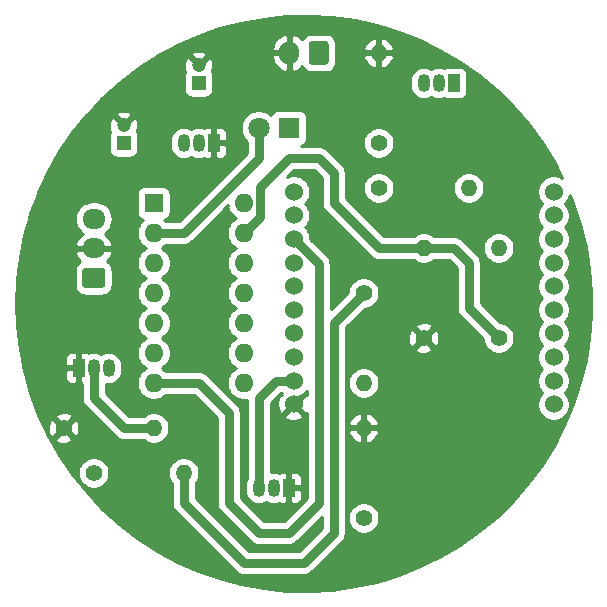
<source format=gbr>
%TF.GenerationSoftware,KiCad,Pcbnew,(5.1.12)-1*%
%TF.CreationDate,2021-12-04T12:05:45+01:00*%
%TF.ProjectId,touch-zigbee,746f7563-682d-47a6-9967-6265652e6b69,rev?*%
%TF.SameCoordinates,Original*%
%TF.FileFunction,Copper,L2,Bot*%
%TF.FilePolarity,Positive*%
%FSLAX46Y46*%
G04 Gerber Fmt 4.6, Leading zero omitted, Abs format (unit mm)*
G04 Created by KiCad (PCBNEW (5.1.12)-1) date 2021-12-04 12:05:45*
%MOMM*%
%LPD*%
G01*
G04 APERTURE LIST*
%TA.AperFunction,ComponentPad*%
%ADD10O,1.050000X1.500000*%
%TD*%
%TA.AperFunction,ComponentPad*%
%ADD11R,1.050000X1.500000*%
%TD*%
%TA.AperFunction,ComponentPad*%
%ADD12C,1.200000*%
%TD*%
%TA.AperFunction,ComponentPad*%
%ADD13R,1.200000X1.200000*%
%TD*%
%TA.AperFunction,ComponentPad*%
%ADD14O,1.950000X1.700000*%
%TD*%
%TA.AperFunction,ComponentPad*%
%ADD15R,1.800000X1.800000*%
%TD*%
%TA.AperFunction,ComponentPad*%
%ADD16C,1.800000*%
%TD*%
%TA.AperFunction,ComponentPad*%
%ADD17O,1.700000X2.000000*%
%TD*%
%TA.AperFunction,ComponentPad*%
%ADD18C,1.400000*%
%TD*%
%TA.AperFunction,ComponentPad*%
%ADD19O,1.400000X1.400000*%
%TD*%
%TA.AperFunction,ComponentPad*%
%ADD20C,1.524000*%
%TD*%
%TA.AperFunction,ComponentPad*%
%ADD21R,1.600000X1.600000*%
%TD*%
%TA.AperFunction,ComponentPad*%
%ADD22O,1.600000X1.600000*%
%TD*%
%TA.AperFunction,Conductor*%
%ADD23C,0.762000*%
%TD*%
%TA.AperFunction,Conductor*%
%ADD24C,0.254000*%
%TD*%
%TA.AperFunction,Conductor*%
%ADD25C,0.100000*%
%TD*%
G04 APERTURE END LIST*
D10*
%TO.P,Q1,2*%
%TO.N,Net-(Q1-Pad2)*%
X107950000Y-132080000D03*
%TO.P,Q1,3*%
%TO.N,Net-(JP1-Pad9)*%
X106680000Y-132080000D03*
D11*
%TO.P,Q1,1*%
%TO.N,GND*%
X109220000Y-132080000D03*
%TD*%
%TO.P,U1,1*%
%TO.N,GND*%
X102870000Y-102870000D03*
D10*
%TO.P,U1,3*%
%TO.N,+3.3v*%
X100330000Y-102870000D03*
%TO.P,U1,2*%
%TO.N,VBAT*%
X101600000Y-102870000D03*
%TD*%
%TO.P,Q2,2*%
%TO.N,Net-(Capacitive_Sensor_CJMCU-1010-Pad1)*%
X92710000Y-121920000D03*
%TO.P,Q2,3*%
%TO.N,Net-(Q2-Pad3)*%
X93980000Y-121920000D03*
D11*
%TO.P,Q2,1*%
%TO.N,GND*%
X91440000Y-121920000D03*
%TD*%
D12*
%TO.P,C1,2*%
%TO.N,GND*%
X101600000Y-96290000D03*
D13*
%TO.P,C1,1*%
%TO.N,VBAT*%
X101600000Y-97790000D03*
%TD*%
%TO.P,C2,1*%
%TO.N,+3.3v*%
X95250000Y-102870000D03*
D12*
%TO.P,C2,2*%
%TO.N,GND*%
X95250000Y-101370000D03*
%TD*%
%TO.P,Capacitive_Sensor_CJMCU-1010,1*%
%TO.N,Net-(Capacitive_Sensor_CJMCU-1010-Pad1)*%
%TA.AperFunction,ComponentPad*%
G36*
G01*
X93435000Y-115150000D02*
X91985000Y-115150000D01*
G75*
G02*
X91735000Y-114900000I0J250000D01*
G01*
X91735000Y-113700000D01*
G75*
G02*
X91985000Y-113450000I250000J0D01*
G01*
X93435000Y-113450000D01*
G75*
G02*
X93685000Y-113700000I0J-250000D01*
G01*
X93685000Y-114900000D01*
G75*
G02*
X93435000Y-115150000I-250000J0D01*
G01*
G37*
%TD.AperFunction*%
D14*
%TO.P,Capacitive_Sensor_CJMCU-1010,2*%
%TO.N,GND*%
X92710000Y-111800000D03*
%TO.P,Capacitive_Sensor_CJMCU-1010,3*%
%TO.N,+3.3v*%
X92710000Y-109300000D03*
%TD*%
D15*
%TO.P,D1,1*%
%TO.N,Net-(150ohm1-Pad1)*%
X109220000Y-101600000D03*
D16*
%TO.P,D1,2*%
%TO.N,Net-(D1-Pad2)*%
X106680000Y-101600000D03*
%TD*%
%TO.P,Power1,1*%
%TO.N,VBAT*%
%TA.AperFunction,ComponentPad*%
G36*
G01*
X112610000Y-94500000D02*
X112610000Y-96000000D01*
G75*
G02*
X112360000Y-96250000I-250000J0D01*
G01*
X111160000Y-96250000D01*
G75*
G02*
X110910000Y-96000000I0J250000D01*
G01*
X110910000Y-94500000D01*
G75*
G02*
X111160000Y-94250000I250000J0D01*
G01*
X112360000Y-94250000D01*
G75*
G02*
X112610000Y-94500000I0J-250000D01*
G01*
G37*
%TD.AperFunction*%
D17*
%TO.P,Power1,2*%
%TO.N,GND*%
X109260000Y-95250000D03*
%TD*%
D10*
%TO.P,Q3,2*%
%TO.N,Net-(Q3-Pad2)*%
X121920000Y-97790000D03*
%TO.P,Q3,3*%
%TO.N,VBAT*%
X120650000Y-97790000D03*
D11*
%TO.P,Q3,1*%
%TO.N,Net-(Q3-Pad1)*%
X123190000Y-97790000D03*
%TD*%
D18*
%TO.P,R1,1*%
%TO.N,Net-(R1-Pad1)*%
X127000000Y-119380000D03*
D19*
%TO.P,R1,2*%
%TO.N,Net-(Q3-Pad1)*%
X127000000Y-111760000D03*
%TD*%
%TO.P,R2,2*%
%TO.N,Net-(R1-Pad1)*%
X120650000Y-111760000D03*
D18*
%TO.P,R2,1*%
%TO.N,GND*%
X120650000Y-119380000D03*
%TD*%
%TO.P,R3,1*%
%TO.N,VBAT*%
X116840000Y-106680000D03*
D19*
%TO.P,R3,2*%
%TO.N,Net-(Q3-Pad2)*%
X124460000Y-106680000D03*
%TD*%
D18*
%TO.P,R4,1*%
%TO.N,Net-(Q1-Pad2)*%
X115570000Y-134620000D03*
D19*
%TO.P,R4,2*%
%TO.N,GND*%
X115570000Y-127000000D03*
%TD*%
D18*
%TO.P,R5,1*%
%TO.N,GND*%
X90170000Y-127000000D03*
D19*
%TO.P,R5,2*%
%TO.N,Net-(Capacitive_Sensor_CJMCU-1010-Pad1)*%
X97790000Y-127000000D03*
%TD*%
%TO.P,R6,2*%
%TO.N,Net-(JP1-Pad9)*%
X115570000Y-123190000D03*
D18*
%TO.P,R6,1*%
%TO.N,+3.3v*%
X115570000Y-115570000D03*
%TD*%
D19*
%TO.P,R7,2*%
%TO.N,+3.3v*%
X100330000Y-130810000D03*
D18*
%TO.P,R7,1*%
%TO.N,Net-(Q2-Pad3)*%
X92710000Y-130810000D03*
%TD*%
D20*
%TO.P,JP1,1*%
%TO.N,+3.3v*%
X109651800Y-107000040D03*
%TO.P,JP1,2*%
%TO.N,Net-(JP1-Pad2)*%
X109651800Y-109001560D03*
%TO.P,JP1,3*%
%TO.N,Net-(JP1-Pad3)*%
X109651800Y-111000540D03*
%TO.P,JP1,4*%
%TO.N,Net-(JP1-Pad4)*%
X109651800Y-113002060D03*
%TO.P,JP1,5*%
%TO.N,Net-(JP1-Pad5)*%
X109651800Y-115001040D03*
%TO.P,JP1,6*%
%TO.N,Net-(JP1-Pad6)*%
X109651800Y-117000020D03*
%TO.P,JP1,7*%
%TO.N,Net-(JP1-Pad7)*%
X109651800Y-119001540D03*
%TO.P,JP1,8*%
%TO.N,Net-(JP1-Pad8)*%
X109651800Y-121000520D03*
%TO.P,JP1,9*%
%TO.N,Net-(JP1-Pad9)*%
X109651800Y-123002040D03*
%TO.P,JP1,10*%
%TO.N,GND*%
X109651800Y-125001020D03*
%TO.P,JP1,11*%
%TO.N,Net-(JP1-Pad11)*%
X131648200Y-125001020D03*
%TO.P,JP1,12*%
%TO.N,Net-(JP1-Pad12)*%
X131648200Y-123002040D03*
%TO.P,JP1,13*%
%TO.N,Net-(JP1-Pad13)*%
X131648200Y-121000520D03*
%TO.P,JP1,14*%
%TO.N,Net-(JP1-Pad14)*%
X131648200Y-119001540D03*
%TO.P,JP1,15*%
%TO.N,Net-(JP1-Pad15)*%
X131648200Y-117000020D03*
%TO.P,JP1,16*%
%TO.N,Net-(JP1-Pad16)*%
X131648200Y-115001040D03*
%TO.P,JP1,17*%
%TO.N,Net-(JP1-Pad17)*%
X131648200Y-113002060D03*
%TO.P,JP1,18*%
%TO.N,Net-(JP1-Pad18)*%
X131648200Y-111000540D03*
%TO.P,JP1,19*%
%TO.N,Net-(JP1-Pad19)*%
X131648200Y-109001560D03*
%TO.P,JP1,20*%
%TO.N,Net-(JP1-Pad20)*%
X131648200Y-107000040D03*
%TD*%
D21*
%TO.P,U3,1*%
%TO.N,+3.3v*%
X97790000Y-107950000D03*
D22*
%TO.P,U3,8*%
%TO.N,Net-(Q1-Pad2)*%
X105410000Y-123190000D03*
%TO.P,U3,2*%
%TO.N,Net-(D1-Pad2)*%
X97790000Y-110490000D03*
%TO.P,U3,9*%
%TO.N,Net-(Q3-Pad2)*%
X105410000Y-120650000D03*
%TO.P,U3,3*%
%TO.N,Net-(U3-Pad3)*%
X97790000Y-113030000D03*
%TO.P,U3,10*%
%TO.N,Net-(U3-Pad10)*%
X105410000Y-118110000D03*
%TO.P,U3,4*%
%TO.N,Net-(U3-Pad4)*%
X97790000Y-115570000D03*
%TO.P,U3,11*%
%TO.N,Net-(U3-Pad11)*%
X105410000Y-115570000D03*
%TO.P,U3,5*%
%TO.N,Net-(Q2-Pad3)*%
X97790000Y-118110000D03*
%TO.P,U3,12*%
%TO.N,Net-(U3-Pad12)*%
X105410000Y-113030000D03*
%TO.P,U3,6*%
%TO.N,Net-(U3-Pad6)*%
X97790000Y-120650000D03*
%TO.P,U3,13*%
%TO.N,Net-(R1-Pad1)*%
X105410000Y-110490000D03*
%TO.P,U3,7*%
%TO.N,Net-(JP1-Pad3)*%
X97790000Y-123190000D03*
%TO.P,U3,14*%
%TO.N,GND*%
X105410000Y-107950000D03*
%TD*%
D18*
%TO.P,150ohm1,1*%
%TO.N,Net-(150ohm1-Pad1)*%
X116840000Y-102870000D03*
D19*
%TO.P,150ohm1,2*%
%TO.N,GND*%
X116840000Y-95250000D03*
%TD*%
D23*
%TO.N,Net-(JP1-Pad3)*%
X97790000Y-123190000D02*
X101600000Y-123190000D01*
X101600000Y-123190000D02*
X104140000Y-125730000D01*
X104140000Y-125730000D02*
X104140000Y-133350000D01*
X104140000Y-133350000D02*
X106680000Y-135890000D01*
X106680000Y-135890000D02*
X109220000Y-135890000D01*
X109220000Y-135890000D02*
X111760000Y-133350000D01*
X111760000Y-113108740D02*
X109651800Y-111000540D01*
X111760000Y-133350000D02*
X111760000Y-113108740D01*
%TO.N,Net-(JP1-Pad9)*%
X106680000Y-132080000D02*
X106680000Y-125730000D01*
X109651800Y-123002040D02*
X108137960Y-123002040D01*
X106680000Y-124460000D02*
X106680000Y-125730000D01*
X108137960Y-123002040D02*
X106680000Y-124460000D01*
%TO.N,GND*%
X102870000Y-102350866D02*
X102870000Y-102870000D01*
%TO.N,Net-(D1-Pad2)*%
X106680000Y-104140000D02*
X106680000Y-101600000D01*
X100330000Y-110490000D02*
X106680000Y-104140000D01*
X97790000Y-110490000D02*
X100330000Y-110490000D01*
%TO.N,+3.3v*%
X100330000Y-130810000D02*
X100330000Y-133350000D01*
X100330000Y-133350000D02*
X105410000Y-138430000D01*
X105410000Y-138430000D02*
X110490000Y-138430000D01*
X110490000Y-138430000D02*
X113030000Y-135890000D01*
X113030000Y-118110000D02*
X115570000Y-115570000D01*
X113030000Y-135890000D02*
X113030000Y-118110000D01*
%TO.N,Net-(Capacitive_Sensor_CJMCU-1010-Pad1)*%
X92710000Y-121920000D02*
X92710000Y-124460000D01*
X95250000Y-127000000D02*
X97790000Y-127000000D01*
X92710000Y-124460000D02*
X95250000Y-127000000D01*
%TO.N,Net-(R1-Pad1)*%
X120650000Y-111760000D02*
X123190000Y-111760000D01*
X123190000Y-111760000D02*
X124460000Y-113030000D01*
X124460000Y-116840000D02*
X127000000Y-119380000D01*
X124460000Y-113030000D02*
X124460000Y-116840000D01*
X106791001Y-109108999D02*
X105410000Y-110490000D01*
X106791001Y-106568999D02*
X106791001Y-109108999D01*
X109220000Y-104140000D02*
X106791001Y-106568999D01*
X113030000Y-105410000D02*
X111760000Y-104140000D01*
X113030000Y-107950000D02*
X113030000Y-105410000D01*
X116840000Y-111760000D02*
X113030000Y-107950000D01*
X111760000Y-104140000D02*
X109220000Y-104140000D01*
X120650000Y-111760000D02*
X116840000Y-111760000D01*
%TD*%
D24*
%TO.N,GND*%
X112907435Y-92220266D02*
X114825334Y-92488945D01*
X116715824Y-92909152D01*
X118566952Y-93478230D01*
X120367015Y-94192582D01*
X122104632Y-95047691D01*
X123768818Y-96038151D01*
X125349051Y-97157700D01*
X126835340Y-98399259D01*
X128218288Y-99754980D01*
X129489153Y-101216290D01*
X130639899Y-102773952D01*
X131663251Y-104418116D01*
X132383590Y-105811255D01*
X132309927Y-105762035D01*
X132055690Y-105656726D01*
X131785792Y-105603040D01*
X131510608Y-105603040D01*
X131240710Y-105656726D01*
X130986473Y-105762035D01*
X130757665Y-105914920D01*
X130563080Y-106109505D01*
X130410195Y-106338313D01*
X130304886Y-106592550D01*
X130251200Y-106862448D01*
X130251200Y-107137632D01*
X130304886Y-107407530D01*
X130410195Y-107661767D01*
X130563080Y-107890575D01*
X130673305Y-108000800D01*
X130563080Y-108111025D01*
X130410195Y-108339833D01*
X130304886Y-108594070D01*
X130251200Y-108863968D01*
X130251200Y-109139152D01*
X130304886Y-109409050D01*
X130410195Y-109663287D01*
X130563080Y-109892095D01*
X130672035Y-110001050D01*
X130563080Y-110110005D01*
X130410195Y-110338813D01*
X130304886Y-110593050D01*
X130251200Y-110862948D01*
X130251200Y-111138132D01*
X130304886Y-111408030D01*
X130410195Y-111662267D01*
X130563080Y-111891075D01*
X130673305Y-112001300D01*
X130563080Y-112111525D01*
X130410195Y-112340333D01*
X130304886Y-112594570D01*
X130251200Y-112864468D01*
X130251200Y-113139652D01*
X130304886Y-113409550D01*
X130410195Y-113663787D01*
X130563080Y-113892595D01*
X130672035Y-114001550D01*
X130563080Y-114110505D01*
X130410195Y-114339313D01*
X130304886Y-114593550D01*
X130251200Y-114863448D01*
X130251200Y-115138632D01*
X130304886Y-115408530D01*
X130410195Y-115662767D01*
X130563080Y-115891575D01*
X130672035Y-116000530D01*
X130563080Y-116109485D01*
X130410195Y-116338293D01*
X130304886Y-116592530D01*
X130251200Y-116862428D01*
X130251200Y-117137612D01*
X130304886Y-117407510D01*
X130410195Y-117661747D01*
X130563080Y-117890555D01*
X130673305Y-118000780D01*
X130563080Y-118111005D01*
X130410195Y-118339813D01*
X130304886Y-118594050D01*
X130251200Y-118863948D01*
X130251200Y-119139132D01*
X130304886Y-119409030D01*
X130410195Y-119663267D01*
X130563080Y-119892075D01*
X130672035Y-120001030D01*
X130563080Y-120109985D01*
X130410195Y-120338793D01*
X130304886Y-120593030D01*
X130251200Y-120862928D01*
X130251200Y-121138112D01*
X130304886Y-121408010D01*
X130410195Y-121662247D01*
X130563080Y-121891055D01*
X130673305Y-122001280D01*
X130563080Y-122111505D01*
X130410195Y-122340313D01*
X130304886Y-122594550D01*
X130251200Y-122864448D01*
X130251200Y-123139632D01*
X130304886Y-123409530D01*
X130410195Y-123663767D01*
X130563080Y-123892575D01*
X130672035Y-124001530D01*
X130563080Y-124110485D01*
X130410195Y-124339293D01*
X130304886Y-124593530D01*
X130251200Y-124863428D01*
X130251200Y-125138612D01*
X130304886Y-125408510D01*
X130410195Y-125662747D01*
X130563080Y-125891555D01*
X130757665Y-126086140D01*
X130986473Y-126239025D01*
X131240710Y-126344334D01*
X131510608Y-126398020D01*
X131785792Y-126398020D01*
X132055690Y-126344334D01*
X132309927Y-126239025D01*
X132538735Y-126086140D01*
X132733320Y-125891555D01*
X132886205Y-125662747D01*
X132991514Y-125408510D01*
X133045200Y-125138612D01*
X133045200Y-124863428D01*
X132991514Y-124593530D01*
X132886205Y-124339293D01*
X132733320Y-124110485D01*
X132624365Y-124001530D01*
X132733320Y-123892575D01*
X132886205Y-123663767D01*
X132991514Y-123409530D01*
X133045200Y-123139632D01*
X133045200Y-122864448D01*
X132991514Y-122594550D01*
X132886205Y-122340313D01*
X132733320Y-122111505D01*
X132623095Y-122001280D01*
X132733320Y-121891055D01*
X132886205Y-121662247D01*
X132991514Y-121408010D01*
X133045200Y-121138112D01*
X133045200Y-120862928D01*
X132991514Y-120593030D01*
X132886205Y-120338793D01*
X132733320Y-120109985D01*
X132624365Y-120001030D01*
X132733320Y-119892075D01*
X132886205Y-119663267D01*
X132991514Y-119409030D01*
X133045200Y-119139132D01*
X133045200Y-118863948D01*
X132991514Y-118594050D01*
X132886205Y-118339813D01*
X132733320Y-118111005D01*
X132623095Y-118000780D01*
X132733320Y-117890555D01*
X132886205Y-117661747D01*
X132991514Y-117407510D01*
X133045200Y-117137612D01*
X133045200Y-116862428D01*
X132991514Y-116592530D01*
X132886205Y-116338293D01*
X132733320Y-116109485D01*
X132624365Y-116000530D01*
X132733320Y-115891575D01*
X132886205Y-115662767D01*
X132991514Y-115408530D01*
X133045200Y-115138632D01*
X133045200Y-114863448D01*
X132991514Y-114593550D01*
X132886205Y-114339313D01*
X132733320Y-114110505D01*
X132624365Y-114001550D01*
X132733320Y-113892595D01*
X132886205Y-113663787D01*
X132991514Y-113409550D01*
X133045200Y-113139652D01*
X133045200Y-112864468D01*
X132991514Y-112594570D01*
X132886205Y-112340333D01*
X132733320Y-112111525D01*
X132623095Y-112001300D01*
X132733320Y-111891075D01*
X132886205Y-111662267D01*
X132991514Y-111408030D01*
X133045200Y-111138132D01*
X133045200Y-110862948D01*
X132991514Y-110593050D01*
X132886205Y-110338813D01*
X132733320Y-110110005D01*
X132624365Y-110001050D01*
X132733320Y-109892095D01*
X132886205Y-109663287D01*
X132991514Y-109409050D01*
X133045200Y-109139152D01*
X133045200Y-108863968D01*
X132991514Y-108594070D01*
X132886205Y-108339833D01*
X132733320Y-108111025D01*
X132623095Y-108000800D01*
X132733320Y-107890575D01*
X132886205Y-107661767D01*
X132991514Y-107407530D01*
X133021827Y-107255135D01*
X133302738Y-107923892D01*
X133908509Y-109763340D01*
X134366220Y-111645101D01*
X134672978Y-113557279D01*
X134826843Y-115487784D01*
X134826843Y-117424412D01*
X134672978Y-119354917D01*
X134366220Y-121267095D01*
X133908509Y-123148856D01*
X133302738Y-124988304D01*
X132552738Y-126773808D01*
X131663251Y-128494080D01*
X130639899Y-130138244D01*
X129489153Y-131695906D01*
X128218288Y-133157216D01*
X126835340Y-134512937D01*
X125349051Y-135754496D01*
X123768818Y-136874045D01*
X122104632Y-137864505D01*
X120367015Y-138719614D01*
X118566952Y-139433966D01*
X116715824Y-140003044D01*
X114825334Y-140423251D01*
X112907435Y-140691930D01*
X110974253Y-140807383D01*
X109038008Y-140768878D01*
X107110944Y-140576661D01*
X105205243Y-140231945D01*
X103332954Y-139736911D01*
X101505914Y-139094688D01*
X99735674Y-138309337D01*
X98033427Y-137385822D01*
X96409934Y-136329983D01*
X94875460Y-135148495D01*
X93439706Y-133848827D01*
X92111749Y-132439197D01*
X90899986Y-130928517D01*
X90730230Y-130678514D01*
X91375000Y-130678514D01*
X91375000Y-130941486D01*
X91426304Y-131199405D01*
X91526939Y-131442359D01*
X91673038Y-131661013D01*
X91858987Y-131846962D01*
X92077641Y-131993061D01*
X92320595Y-132093696D01*
X92578514Y-132145000D01*
X92841486Y-132145000D01*
X93099405Y-132093696D01*
X93342359Y-131993061D01*
X93561013Y-131846962D01*
X93746962Y-131661013D01*
X93893061Y-131442359D01*
X93993696Y-131199405D01*
X94045000Y-130941486D01*
X94045000Y-130678514D01*
X93993696Y-130420595D01*
X93893061Y-130177641D01*
X93746962Y-129958987D01*
X93561013Y-129773038D01*
X93342359Y-129626939D01*
X93099405Y-129526304D01*
X92841486Y-129475000D01*
X92578514Y-129475000D01*
X92320595Y-129526304D01*
X92077641Y-129626939D01*
X91858987Y-129773038D01*
X91673038Y-129958987D01*
X91526939Y-130177641D01*
X91426304Y-130420595D01*
X91375000Y-130678514D01*
X90730230Y-130678514D01*
X89812077Y-129326338D01*
X89013231Y-127921269D01*
X89428336Y-127921269D01*
X89487797Y-128155037D01*
X89726242Y-128265934D01*
X89981740Y-128328183D01*
X90244473Y-128339390D01*
X90504344Y-128299125D01*
X90751366Y-128208935D01*
X90852203Y-128155037D01*
X90911664Y-127921269D01*
X90170000Y-127179605D01*
X89428336Y-127921269D01*
X89013231Y-127921269D01*
X88854901Y-127642788D01*
X88589127Y-127074473D01*
X88830610Y-127074473D01*
X88870875Y-127334344D01*
X88961065Y-127581366D01*
X89014963Y-127682203D01*
X89248731Y-127741664D01*
X89990395Y-127000000D01*
X90349605Y-127000000D01*
X91091269Y-127741664D01*
X91325037Y-127682203D01*
X91435934Y-127443758D01*
X91498183Y-127188260D01*
X91509390Y-126925527D01*
X91469125Y-126665656D01*
X91378935Y-126418634D01*
X91325037Y-126317797D01*
X91091269Y-126258336D01*
X90349605Y-127000000D01*
X89990395Y-127000000D01*
X89248731Y-126258336D01*
X89014963Y-126317797D01*
X88904066Y-126556242D01*
X88841817Y-126811740D01*
X88830610Y-127074473D01*
X88589127Y-127074473D01*
X88123465Y-126078731D01*
X89428336Y-126078731D01*
X90170000Y-126820395D01*
X90911664Y-126078731D01*
X90852203Y-125844963D01*
X90613758Y-125734066D01*
X90358260Y-125671817D01*
X90095527Y-125660610D01*
X89835656Y-125700875D01*
X89588634Y-125791065D01*
X89487797Y-125844963D01*
X89428336Y-126078731D01*
X88123465Y-126078731D01*
X88034508Y-125888513D01*
X87356087Y-124074603D01*
X86954667Y-122670000D01*
X90276928Y-122670000D01*
X90289188Y-122794482D01*
X90325498Y-122914180D01*
X90384463Y-123024494D01*
X90463815Y-123121185D01*
X90560506Y-123200537D01*
X90670820Y-123259502D01*
X90790518Y-123295812D01*
X90915000Y-123308072D01*
X91154250Y-123305000D01*
X91313000Y-123146250D01*
X91313000Y-122047000D01*
X90438750Y-122047000D01*
X90280000Y-122205750D01*
X90276928Y-122670000D01*
X86954667Y-122670000D01*
X86823925Y-122212527D01*
X86613859Y-121170000D01*
X90276928Y-121170000D01*
X90280000Y-121634250D01*
X90438750Y-121793000D01*
X91313000Y-121793000D01*
X91313000Y-121638022D01*
X91550000Y-121638022D01*
X91550000Y-122201979D01*
X91566785Y-122372400D01*
X91567000Y-122373109D01*
X91567000Y-123146250D01*
X91694001Y-123273251D01*
X91694001Y-124410089D01*
X91689085Y-124460000D01*
X91708702Y-124659170D01*
X91757919Y-124821415D01*
X91766799Y-124850687D01*
X91861141Y-125027190D01*
X91988105Y-125181896D01*
X92026866Y-125213706D01*
X94496292Y-127683133D01*
X94528104Y-127721896D01*
X94682810Y-127848860D01*
X94859313Y-127943202D01*
X94992732Y-127983674D01*
X95050828Y-128001298D01*
X95070177Y-128003204D01*
X95200098Y-128016000D01*
X95200105Y-128016000D01*
X95249999Y-128020914D01*
X95299893Y-128016000D01*
X96918025Y-128016000D01*
X96938987Y-128036962D01*
X97157641Y-128183061D01*
X97400595Y-128283696D01*
X97658514Y-128335000D01*
X97921486Y-128335000D01*
X98179405Y-128283696D01*
X98422359Y-128183061D01*
X98641013Y-128036962D01*
X98826962Y-127851013D01*
X98973061Y-127632359D01*
X99073696Y-127389405D01*
X99125000Y-127131486D01*
X99125000Y-126868514D01*
X99073696Y-126610595D01*
X98973061Y-126367641D01*
X98826962Y-126148987D01*
X98641013Y-125963038D01*
X98422359Y-125816939D01*
X98179405Y-125716304D01*
X97921486Y-125665000D01*
X97658514Y-125665000D01*
X97400595Y-125716304D01*
X97157641Y-125816939D01*
X96938987Y-125963038D01*
X96918025Y-125984000D01*
X95670841Y-125984000D01*
X93726000Y-124039160D01*
X93726000Y-123280146D01*
X93752601Y-123288215D01*
X93980000Y-123310612D01*
X94207400Y-123288215D01*
X94426060Y-123221885D01*
X94627579Y-123114171D01*
X94804212Y-122969212D01*
X94949171Y-122792579D01*
X95056885Y-122591059D01*
X95123215Y-122372399D01*
X95140000Y-122201978D01*
X95140000Y-121638021D01*
X95123215Y-121467600D01*
X95056885Y-121248940D01*
X94949171Y-121047421D01*
X94804212Y-120870788D01*
X94627578Y-120725829D01*
X94426059Y-120618115D01*
X94207399Y-120551785D01*
X93980000Y-120529388D01*
X93752600Y-120551785D01*
X93533940Y-120618115D01*
X93345000Y-120719106D01*
X93156059Y-120618115D01*
X92937399Y-120551785D01*
X92710000Y-120529388D01*
X92482600Y-120551785D01*
X92273902Y-120615093D01*
X92209180Y-120580498D01*
X92089482Y-120544188D01*
X91965000Y-120531928D01*
X91725750Y-120535000D01*
X91567000Y-120693750D01*
X91567000Y-121466892D01*
X91566785Y-121467601D01*
X91550000Y-121638022D01*
X91313000Y-121638022D01*
X91313000Y-120693750D01*
X91154250Y-120535000D01*
X90915000Y-120531928D01*
X90790518Y-120544188D01*
X90670820Y-120580498D01*
X90560506Y-120639463D01*
X90463815Y-120718815D01*
X90384463Y-120815506D01*
X90325498Y-120925820D01*
X90289188Y-121045518D01*
X90276928Y-121170000D01*
X86613859Y-121170000D01*
X86441388Y-120314056D01*
X86210895Y-118391194D01*
X86133901Y-116456098D01*
X86210895Y-114521002D01*
X86309308Y-113700000D01*
X91096928Y-113700000D01*
X91096928Y-114900000D01*
X91113992Y-115073254D01*
X91164528Y-115239850D01*
X91246595Y-115393386D01*
X91357038Y-115527962D01*
X91491614Y-115638405D01*
X91645150Y-115720472D01*
X91811746Y-115771008D01*
X91985000Y-115788072D01*
X93435000Y-115788072D01*
X93608254Y-115771008D01*
X93774850Y-115720472D01*
X93928386Y-115638405D01*
X94062962Y-115527962D01*
X94173405Y-115393386D01*
X94255472Y-115239850D01*
X94306008Y-115073254D01*
X94323072Y-114900000D01*
X94323072Y-113700000D01*
X94306008Y-113526746D01*
X94255472Y-113360150D01*
X94173405Y-113206614D01*
X94062962Y-113072038D01*
X93928386Y-112961595D01*
X93823039Y-112905286D01*
X93844429Y-112889049D01*
X94037496Y-112671193D01*
X94184352Y-112419858D01*
X94276476Y-112156890D01*
X94155155Y-111927000D01*
X92837000Y-111927000D01*
X92837000Y-111947000D01*
X92583000Y-111947000D01*
X92583000Y-111927000D01*
X91264845Y-111927000D01*
X91143524Y-112156890D01*
X91235648Y-112419858D01*
X91382504Y-112671193D01*
X91575571Y-112889049D01*
X91596961Y-112905286D01*
X91491614Y-112961595D01*
X91357038Y-113072038D01*
X91246595Y-113206614D01*
X91164528Y-113360150D01*
X91113992Y-113526746D01*
X91096928Y-113700000D01*
X86309308Y-113700000D01*
X86441388Y-112598140D01*
X86823925Y-110699669D01*
X87223935Y-109300000D01*
X91092815Y-109300000D01*
X91121487Y-109591111D01*
X91206401Y-109871034D01*
X91344294Y-110129014D01*
X91529866Y-110355134D01*
X91755986Y-110540706D01*
X91781722Y-110554462D01*
X91575571Y-110710951D01*
X91382504Y-110928807D01*
X91235648Y-111180142D01*
X91143524Y-111443110D01*
X91264845Y-111673000D01*
X92583000Y-111673000D01*
X92583000Y-111653000D01*
X92837000Y-111653000D01*
X92837000Y-111673000D01*
X94155155Y-111673000D01*
X94276476Y-111443110D01*
X94184352Y-111180142D01*
X94037496Y-110928807D01*
X93844429Y-110710951D01*
X93638278Y-110554462D01*
X93664014Y-110540706D01*
X93890134Y-110355134D01*
X94075706Y-110129014D01*
X94213599Y-109871034D01*
X94298513Y-109591111D01*
X94327185Y-109300000D01*
X94298513Y-109008889D01*
X94213599Y-108728966D01*
X94075706Y-108470986D01*
X93890134Y-108244866D01*
X93664014Y-108059294D01*
X93406034Y-107921401D01*
X93126111Y-107836487D01*
X92907950Y-107815000D01*
X92512050Y-107815000D01*
X92293889Y-107836487D01*
X92013966Y-107921401D01*
X91755986Y-108059294D01*
X91529866Y-108244866D01*
X91344294Y-108470986D01*
X91206401Y-108728966D01*
X91121487Y-109008889D01*
X91092815Y-109300000D01*
X87223935Y-109300000D01*
X87356087Y-108837593D01*
X87987264Y-107150000D01*
X96351928Y-107150000D01*
X96351928Y-108750000D01*
X96364188Y-108874482D01*
X96400498Y-108994180D01*
X96459463Y-109104494D01*
X96538815Y-109201185D01*
X96635506Y-109280537D01*
X96745820Y-109339502D01*
X96865518Y-109375812D01*
X96873961Y-109376643D01*
X96675363Y-109575241D01*
X96518320Y-109810273D01*
X96410147Y-110071426D01*
X96355000Y-110348665D01*
X96355000Y-110631335D01*
X96410147Y-110908574D01*
X96518320Y-111169727D01*
X96675363Y-111404759D01*
X96875241Y-111604637D01*
X97107759Y-111760000D01*
X96875241Y-111915363D01*
X96675363Y-112115241D01*
X96518320Y-112350273D01*
X96410147Y-112611426D01*
X96355000Y-112888665D01*
X96355000Y-113171335D01*
X96410147Y-113448574D01*
X96518320Y-113709727D01*
X96675363Y-113944759D01*
X96875241Y-114144637D01*
X97107759Y-114300000D01*
X96875241Y-114455363D01*
X96675363Y-114655241D01*
X96518320Y-114890273D01*
X96410147Y-115151426D01*
X96355000Y-115428665D01*
X96355000Y-115711335D01*
X96410147Y-115988574D01*
X96518320Y-116249727D01*
X96675363Y-116484759D01*
X96875241Y-116684637D01*
X97107759Y-116840000D01*
X96875241Y-116995363D01*
X96675363Y-117195241D01*
X96518320Y-117430273D01*
X96410147Y-117691426D01*
X96355000Y-117968665D01*
X96355000Y-118251335D01*
X96410147Y-118528574D01*
X96518320Y-118789727D01*
X96675363Y-119024759D01*
X96875241Y-119224637D01*
X97107759Y-119380000D01*
X96875241Y-119535363D01*
X96675363Y-119735241D01*
X96518320Y-119970273D01*
X96410147Y-120231426D01*
X96355000Y-120508665D01*
X96355000Y-120791335D01*
X96410147Y-121068574D01*
X96518320Y-121329727D01*
X96675363Y-121564759D01*
X96875241Y-121764637D01*
X97107759Y-121920000D01*
X96875241Y-122075363D01*
X96675363Y-122275241D01*
X96518320Y-122510273D01*
X96410147Y-122771426D01*
X96355000Y-123048665D01*
X96355000Y-123331335D01*
X96410147Y-123608574D01*
X96518320Y-123869727D01*
X96675363Y-124104759D01*
X96875241Y-124304637D01*
X97110273Y-124461680D01*
X97371426Y-124569853D01*
X97648665Y-124625000D01*
X97931335Y-124625000D01*
X98208574Y-124569853D01*
X98469727Y-124461680D01*
X98704759Y-124304637D01*
X98803396Y-124206000D01*
X101179160Y-124206000D01*
X103124000Y-126150841D01*
X103124001Y-133300088D01*
X103119085Y-133350000D01*
X103138702Y-133549170D01*
X103138703Y-133549172D01*
X103196799Y-133740687D01*
X103291141Y-133917190D01*
X103418105Y-134071896D01*
X103456868Y-134103708D01*
X105926292Y-136573133D01*
X105958104Y-136611896D01*
X106112810Y-136738860D01*
X106289313Y-136833202D01*
X106422732Y-136873674D01*
X106480828Y-136891298D01*
X106500177Y-136893204D01*
X106630098Y-136906000D01*
X106630105Y-136906000D01*
X106679999Y-136910914D01*
X106729893Y-136906000D01*
X109170098Y-136906000D01*
X109220000Y-136910915D01*
X109269902Y-136906000D01*
X109419171Y-136891298D01*
X109610687Y-136833202D01*
X109787190Y-136738860D01*
X109941896Y-136611896D01*
X109973712Y-136573128D01*
X112014000Y-134532841D01*
X112014000Y-135469159D01*
X110069160Y-137414000D01*
X105830841Y-137414000D01*
X101346000Y-132929160D01*
X101346000Y-131681975D01*
X101366962Y-131661013D01*
X101513061Y-131442359D01*
X101613696Y-131199405D01*
X101665000Y-130941486D01*
X101665000Y-130678514D01*
X101613696Y-130420595D01*
X101513061Y-130177641D01*
X101366962Y-129958987D01*
X101181013Y-129773038D01*
X100962359Y-129626939D01*
X100719405Y-129526304D01*
X100461486Y-129475000D01*
X100198514Y-129475000D01*
X99940595Y-129526304D01*
X99697641Y-129626939D01*
X99478987Y-129773038D01*
X99293038Y-129958987D01*
X99146939Y-130177641D01*
X99046304Y-130420595D01*
X98995000Y-130678514D01*
X98995000Y-130941486D01*
X99046304Y-131199405D01*
X99146939Y-131442359D01*
X99293038Y-131661013D01*
X99314000Y-131681975D01*
X99314001Y-133300089D01*
X99309085Y-133350000D01*
X99328702Y-133549170D01*
X99328703Y-133549172D01*
X99386799Y-133740687D01*
X99481141Y-133917190D01*
X99608105Y-134071896D01*
X99646868Y-134103708D01*
X104656292Y-139113133D01*
X104688104Y-139151896D01*
X104842810Y-139278860D01*
X104957832Y-139340340D01*
X105019312Y-139373202D01*
X105210829Y-139431298D01*
X105410000Y-139450915D01*
X105459902Y-139446000D01*
X110440098Y-139446000D01*
X110490000Y-139450915D01*
X110539902Y-139446000D01*
X110689171Y-139431298D01*
X110880687Y-139373202D01*
X111057190Y-139278860D01*
X111211896Y-139151896D01*
X111243712Y-139113128D01*
X113713135Y-136643706D01*
X113751896Y-136611896D01*
X113878860Y-136457190D01*
X113973202Y-136280687D01*
X114031298Y-136089171D01*
X114046000Y-135939902D01*
X114046000Y-135939895D01*
X114050914Y-135890001D01*
X114046000Y-135840107D01*
X114046000Y-134488514D01*
X114235000Y-134488514D01*
X114235000Y-134751486D01*
X114286304Y-135009405D01*
X114386939Y-135252359D01*
X114533038Y-135471013D01*
X114718987Y-135656962D01*
X114937641Y-135803061D01*
X115180595Y-135903696D01*
X115438514Y-135955000D01*
X115701486Y-135955000D01*
X115959405Y-135903696D01*
X116202359Y-135803061D01*
X116421013Y-135656962D01*
X116606962Y-135471013D01*
X116753061Y-135252359D01*
X116853696Y-135009405D01*
X116905000Y-134751486D01*
X116905000Y-134488514D01*
X116853696Y-134230595D01*
X116753061Y-133987641D01*
X116606962Y-133768987D01*
X116421013Y-133583038D01*
X116202359Y-133436939D01*
X115959405Y-133336304D01*
X115701486Y-133285000D01*
X115438514Y-133285000D01*
X115180595Y-133336304D01*
X114937641Y-133436939D01*
X114718987Y-133583038D01*
X114533038Y-133768987D01*
X114386939Y-133987641D01*
X114286304Y-134230595D01*
X114235000Y-134488514D01*
X114046000Y-134488514D01*
X114046000Y-127333330D01*
X114277278Y-127333330D01*
X114367147Y-127579123D01*
X114503241Y-127802660D01*
X114680330Y-127995351D01*
X114891608Y-128149792D01*
X115128956Y-128260047D01*
X115236671Y-128292716D01*
X115443000Y-128169374D01*
X115443000Y-127127000D01*
X115697000Y-127127000D01*
X115697000Y-128169374D01*
X115903329Y-128292716D01*
X116011044Y-128260047D01*
X116248392Y-128149792D01*
X116459670Y-127995351D01*
X116636759Y-127802660D01*
X116772853Y-127579123D01*
X116862722Y-127333330D01*
X116740201Y-127127000D01*
X115697000Y-127127000D01*
X115443000Y-127127000D01*
X114399799Y-127127000D01*
X114277278Y-127333330D01*
X114046000Y-127333330D01*
X114046000Y-126666670D01*
X114277278Y-126666670D01*
X114399799Y-126873000D01*
X115443000Y-126873000D01*
X115443000Y-125830626D01*
X115697000Y-125830626D01*
X115697000Y-126873000D01*
X116740201Y-126873000D01*
X116862722Y-126666670D01*
X116772853Y-126420877D01*
X116636759Y-126197340D01*
X116459670Y-126004649D01*
X116248392Y-125850208D01*
X116011044Y-125739953D01*
X115903329Y-125707284D01*
X115697000Y-125830626D01*
X115443000Y-125830626D01*
X115236671Y-125707284D01*
X115128956Y-125739953D01*
X114891608Y-125850208D01*
X114680330Y-126004649D01*
X114503241Y-126197340D01*
X114367147Y-126420877D01*
X114277278Y-126666670D01*
X114046000Y-126666670D01*
X114046000Y-123058514D01*
X114235000Y-123058514D01*
X114235000Y-123321486D01*
X114286304Y-123579405D01*
X114386939Y-123822359D01*
X114533038Y-124041013D01*
X114718987Y-124226962D01*
X114937641Y-124373061D01*
X115180595Y-124473696D01*
X115438514Y-124525000D01*
X115701486Y-124525000D01*
X115959405Y-124473696D01*
X116202359Y-124373061D01*
X116421013Y-124226962D01*
X116606962Y-124041013D01*
X116753061Y-123822359D01*
X116853696Y-123579405D01*
X116905000Y-123321486D01*
X116905000Y-123058514D01*
X116853696Y-122800595D01*
X116753061Y-122557641D01*
X116606962Y-122338987D01*
X116421013Y-122153038D01*
X116202359Y-122006939D01*
X115959405Y-121906304D01*
X115701486Y-121855000D01*
X115438514Y-121855000D01*
X115180595Y-121906304D01*
X114937641Y-122006939D01*
X114718987Y-122153038D01*
X114533038Y-122338987D01*
X114386939Y-122557641D01*
X114286304Y-122800595D01*
X114235000Y-123058514D01*
X114046000Y-123058514D01*
X114046000Y-120301269D01*
X119908336Y-120301269D01*
X119967797Y-120535037D01*
X120206242Y-120645934D01*
X120461740Y-120708183D01*
X120724473Y-120719390D01*
X120984344Y-120679125D01*
X121231366Y-120588935D01*
X121332203Y-120535037D01*
X121391664Y-120301269D01*
X120650000Y-119559605D01*
X119908336Y-120301269D01*
X114046000Y-120301269D01*
X114046000Y-119454473D01*
X119310610Y-119454473D01*
X119350875Y-119714344D01*
X119441065Y-119961366D01*
X119494963Y-120062203D01*
X119728731Y-120121664D01*
X120470395Y-119380000D01*
X120829605Y-119380000D01*
X121571269Y-120121664D01*
X121805037Y-120062203D01*
X121915934Y-119823758D01*
X121978183Y-119568260D01*
X121989390Y-119305527D01*
X121949125Y-119045656D01*
X121858935Y-118798634D01*
X121805037Y-118697797D01*
X121571269Y-118638336D01*
X120829605Y-119380000D01*
X120470395Y-119380000D01*
X119728731Y-118638336D01*
X119494963Y-118697797D01*
X119384066Y-118936242D01*
X119321817Y-119191740D01*
X119310610Y-119454473D01*
X114046000Y-119454473D01*
X114046000Y-118530840D01*
X114118109Y-118458731D01*
X119908336Y-118458731D01*
X120650000Y-119200395D01*
X121391664Y-118458731D01*
X121332203Y-118224963D01*
X121093758Y-118114066D01*
X120838260Y-118051817D01*
X120575527Y-118040610D01*
X120315656Y-118080875D01*
X120068634Y-118171065D01*
X119967797Y-118224963D01*
X119908336Y-118458731D01*
X114118109Y-118458731D01*
X115671841Y-116905000D01*
X115701486Y-116905000D01*
X115959405Y-116853696D01*
X116202359Y-116753061D01*
X116421013Y-116606962D01*
X116606962Y-116421013D01*
X116753061Y-116202359D01*
X116853696Y-115959405D01*
X116905000Y-115701486D01*
X116905000Y-115438514D01*
X116853696Y-115180595D01*
X116753061Y-114937641D01*
X116606962Y-114718987D01*
X116421013Y-114533038D01*
X116202359Y-114386939D01*
X115959405Y-114286304D01*
X115701486Y-114235000D01*
X115438514Y-114235000D01*
X115180595Y-114286304D01*
X114937641Y-114386939D01*
X114718987Y-114533038D01*
X114533038Y-114718987D01*
X114386939Y-114937641D01*
X114286304Y-115180595D01*
X114235000Y-115438514D01*
X114235000Y-115468159D01*
X112776000Y-116927160D01*
X112776000Y-113158641D01*
X112780915Y-113108739D01*
X112761298Y-112909569D01*
X112747617Y-112864468D01*
X112703202Y-112718053D01*
X112608860Y-112541550D01*
X112481896Y-112386844D01*
X112443133Y-112355032D01*
X111048800Y-110960700D01*
X111048800Y-110862948D01*
X110995114Y-110593050D01*
X110889805Y-110338813D01*
X110736920Y-110110005D01*
X110627965Y-110001050D01*
X110736920Y-109892095D01*
X110889805Y-109663287D01*
X110995114Y-109409050D01*
X111048800Y-109139152D01*
X111048800Y-108863968D01*
X110995114Y-108594070D01*
X110889805Y-108339833D01*
X110736920Y-108111025D01*
X110626695Y-108000800D01*
X110736920Y-107890575D01*
X110889805Y-107661767D01*
X110995114Y-107407530D01*
X111048800Y-107137632D01*
X111048800Y-106862448D01*
X110995114Y-106592550D01*
X110889805Y-106338313D01*
X110736920Y-106109505D01*
X110542335Y-105914920D01*
X110313527Y-105762035D01*
X110059290Y-105656726D01*
X109789392Y-105603040D01*
X109514208Y-105603040D01*
X109244310Y-105656726D01*
X109066437Y-105730404D01*
X109640841Y-105156000D01*
X111339160Y-105156000D01*
X112014001Y-105830842D01*
X112014000Y-107900098D01*
X112009085Y-107950000D01*
X112014000Y-107999901D01*
X112028702Y-108149170D01*
X112086798Y-108340686D01*
X112181140Y-108517190D01*
X112308104Y-108671896D01*
X112346872Y-108703712D01*
X116086292Y-112443133D01*
X116118104Y-112481896D01*
X116156865Y-112513706D01*
X116272810Y-112608860D01*
X116449313Y-112703202D01*
X116640829Y-112761298D01*
X116840000Y-112780915D01*
X116889902Y-112776000D01*
X119778025Y-112776000D01*
X119798987Y-112796962D01*
X120017641Y-112943061D01*
X120260595Y-113043696D01*
X120518514Y-113095000D01*
X120781486Y-113095000D01*
X121039405Y-113043696D01*
X121282359Y-112943061D01*
X121501013Y-112796962D01*
X121521975Y-112776000D01*
X122769160Y-112776000D01*
X123444000Y-113450841D01*
X123444001Y-116790088D01*
X123439085Y-116840000D01*
X123458702Y-117039170D01*
X123516799Y-117230687D01*
X123611141Y-117407190D01*
X123738105Y-117561896D01*
X123776868Y-117593708D01*
X125665000Y-119481841D01*
X125665000Y-119511486D01*
X125716304Y-119769405D01*
X125816939Y-120012359D01*
X125963038Y-120231013D01*
X126148987Y-120416962D01*
X126367641Y-120563061D01*
X126610595Y-120663696D01*
X126868514Y-120715000D01*
X127131486Y-120715000D01*
X127389405Y-120663696D01*
X127632359Y-120563061D01*
X127851013Y-120416962D01*
X128036962Y-120231013D01*
X128183061Y-120012359D01*
X128283696Y-119769405D01*
X128335000Y-119511486D01*
X128335000Y-119248514D01*
X128283696Y-118990595D01*
X128183061Y-118747641D01*
X128036962Y-118528987D01*
X127851013Y-118343038D01*
X127632359Y-118196939D01*
X127389405Y-118096304D01*
X127131486Y-118045000D01*
X127101841Y-118045000D01*
X125476000Y-116419160D01*
X125476000Y-113079893D01*
X125480914Y-113029999D01*
X125476000Y-112980105D01*
X125476000Y-112980098D01*
X125461298Y-112830829D01*
X125403202Y-112639313D01*
X125308860Y-112462810D01*
X125181896Y-112308104D01*
X125143133Y-112276292D01*
X124495355Y-111628514D01*
X125665000Y-111628514D01*
X125665000Y-111891486D01*
X125716304Y-112149405D01*
X125816939Y-112392359D01*
X125963038Y-112611013D01*
X126148987Y-112796962D01*
X126367641Y-112943061D01*
X126610595Y-113043696D01*
X126868514Y-113095000D01*
X127131486Y-113095000D01*
X127389405Y-113043696D01*
X127632359Y-112943061D01*
X127851013Y-112796962D01*
X128036962Y-112611013D01*
X128183061Y-112392359D01*
X128283696Y-112149405D01*
X128335000Y-111891486D01*
X128335000Y-111628514D01*
X128283696Y-111370595D01*
X128183061Y-111127641D01*
X128036962Y-110908987D01*
X127851013Y-110723038D01*
X127632359Y-110576939D01*
X127389405Y-110476304D01*
X127131486Y-110425000D01*
X126868514Y-110425000D01*
X126610595Y-110476304D01*
X126367641Y-110576939D01*
X126148987Y-110723038D01*
X125963038Y-110908987D01*
X125816939Y-111127641D01*
X125716304Y-111370595D01*
X125665000Y-111628514D01*
X124495355Y-111628514D01*
X123943712Y-111076872D01*
X123911896Y-111038104D01*
X123757190Y-110911140D01*
X123580687Y-110816798D01*
X123389171Y-110758702D01*
X123239902Y-110744000D01*
X123190000Y-110739085D01*
X123140098Y-110744000D01*
X121521975Y-110744000D01*
X121501013Y-110723038D01*
X121282359Y-110576939D01*
X121039405Y-110476304D01*
X120781486Y-110425000D01*
X120518514Y-110425000D01*
X120260595Y-110476304D01*
X120017641Y-110576939D01*
X119798987Y-110723038D01*
X119778025Y-110744000D01*
X117260841Y-110744000D01*
X114046000Y-107529160D01*
X114046000Y-106548514D01*
X115505000Y-106548514D01*
X115505000Y-106811486D01*
X115556304Y-107069405D01*
X115656939Y-107312359D01*
X115803038Y-107531013D01*
X115988987Y-107716962D01*
X116207641Y-107863061D01*
X116450595Y-107963696D01*
X116708514Y-108015000D01*
X116971486Y-108015000D01*
X117229405Y-107963696D01*
X117472359Y-107863061D01*
X117691013Y-107716962D01*
X117876962Y-107531013D01*
X118023061Y-107312359D01*
X118123696Y-107069405D01*
X118175000Y-106811486D01*
X118175000Y-106548514D01*
X123125000Y-106548514D01*
X123125000Y-106811486D01*
X123176304Y-107069405D01*
X123276939Y-107312359D01*
X123423038Y-107531013D01*
X123608987Y-107716962D01*
X123827641Y-107863061D01*
X124070595Y-107963696D01*
X124328514Y-108015000D01*
X124591486Y-108015000D01*
X124849405Y-107963696D01*
X125092359Y-107863061D01*
X125311013Y-107716962D01*
X125496962Y-107531013D01*
X125643061Y-107312359D01*
X125743696Y-107069405D01*
X125795000Y-106811486D01*
X125795000Y-106548514D01*
X125743696Y-106290595D01*
X125643061Y-106047641D01*
X125496962Y-105828987D01*
X125311013Y-105643038D01*
X125092359Y-105496939D01*
X124849405Y-105396304D01*
X124591486Y-105345000D01*
X124328514Y-105345000D01*
X124070595Y-105396304D01*
X123827641Y-105496939D01*
X123608987Y-105643038D01*
X123423038Y-105828987D01*
X123276939Y-106047641D01*
X123176304Y-106290595D01*
X123125000Y-106548514D01*
X118175000Y-106548514D01*
X118123696Y-106290595D01*
X118023061Y-106047641D01*
X117876962Y-105828987D01*
X117691013Y-105643038D01*
X117472359Y-105496939D01*
X117229405Y-105396304D01*
X116971486Y-105345000D01*
X116708514Y-105345000D01*
X116450595Y-105396304D01*
X116207641Y-105496939D01*
X115988987Y-105643038D01*
X115803038Y-105828987D01*
X115656939Y-106047641D01*
X115556304Y-106290595D01*
X115505000Y-106548514D01*
X114046000Y-106548514D01*
X114046000Y-105459893D01*
X114050914Y-105409999D01*
X114046000Y-105360105D01*
X114046000Y-105360098D01*
X114031298Y-105210829D01*
X113973202Y-105019313D01*
X113878860Y-104842810D01*
X113751896Y-104688104D01*
X113713133Y-104656292D01*
X112513712Y-103456872D01*
X112481896Y-103418104D01*
X112327190Y-103291140D01*
X112150687Y-103196798D01*
X111959171Y-103138702D01*
X111809902Y-103124000D01*
X111760000Y-103119085D01*
X111710098Y-103124000D01*
X110250455Y-103124000D01*
X110364180Y-103089502D01*
X110474494Y-103030537D01*
X110571185Y-102951185D01*
X110650537Y-102854494D01*
X110709502Y-102744180D01*
X110711220Y-102738514D01*
X115505000Y-102738514D01*
X115505000Y-103001486D01*
X115556304Y-103259405D01*
X115656939Y-103502359D01*
X115803038Y-103721013D01*
X115988987Y-103906962D01*
X116207641Y-104053061D01*
X116450595Y-104153696D01*
X116708514Y-104205000D01*
X116971486Y-104205000D01*
X117229405Y-104153696D01*
X117472359Y-104053061D01*
X117691013Y-103906962D01*
X117876962Y-103721013D01*
X118023061Y-103502359D01*
X118123696Y-103259405D01*
X118175000Y-103001486D01*
X118175000Y-102738514D01*
X118123696Y-102480595D01*
X118023061Y-102237641D01*
X117876962Y-102018987D01*
X117691013Y-101833038D01*
X117472359Y-101686939D01*
X117229405Y-101586304D01*
X116971486Y-101535000D01*
X116708514Y-101535000D01*
X116450595Y-101586304D01*
X116207641Y-101686939D01*
X115988987Y-101833038D01*
X115803038Y-102018987D01*
X115656939Y-102237641D01*
X115556304Y-102480595D01*
X115505000Y-102738514D01*
X110711220Y-102738514D01*
X110745812Y-102624482D01*
X110758072Y-102500000D01*
X110758072Y-100700000D01*
X110745812Y-100575518D01*
X110709502Y-100455820D01*
X110650537Y-100345506D01*
X110571185Y-100248815D01*
X110474494Y-100169463D01*
X110364180Y-100110498D01*
X110244482Y-100074188D01*
X110120000Y-100061928D01*
X108320000Y-100061928D01*
X108195518Y-100074188D01*
X108075820Y-100110498D01*
X107965506Y-100169463D01*
X107868815Y-100248815D01*
X107789463Y-100345506D01*
X107730498Y-100455820D01*
X107724944Y-100474127D01*
X107658505Y-100407688D01*
X107407095Y-100239701D01*
X107127743Y-100123989D01*
X106831184Y-100065000D01*
X106528816Y-100065000D01*
X106232257Y-100123989D01*
X105952905Y-100239701D01*
X105701495Y-100407688D01*
X105487688Y-100621495D01*
X105319701Y-100872905D01*
X105203989Y-101152257D01*
X105145000Y-101448816D01*
X105145000Y-101751184D01*
X105203989Y-102047743D01*
X105319701Y-102327095D01*
X105487688Y-102578505D01*
X105664001Y-102754818D01*
X105664000Y-103719159D01*
X99909160Y-109474000D01*
X98803396Y-109474000D01*
X98706039Y-109376643D01*
X98714482Y-109375812D01*
X98834180Y-109339502D01*
X98944494Y-109280537D01*
X99041185Y-109201185D01*
X99120537Y-109104494D01*
X99179502Y-108994180D01*
X99215812Y-108874482D01*
X99228072Y-108750000D01*
X99228072Y-107150000D01*
X99215812Y-107025518D01*
X99179502Y-106905820D01*
X99120537Y-106795506D01*
X99041185Y-106698815D01*
X98944494Y-106619463D01*
X98834180Y-106560498D01*
X98714482Y-106524188D01*
X98590000Y-106511928D01*
X96990000Y-106511928D01*
X96865518Y-106524188D01*
X96745820Y-106560498D01*
X96635506Y-106619463D01*
X96538815Y-106698815D01*
X96459463Y-106795506D01*
X96400498Y-106905820D01*
X96364188Y-107025518D01*
X96351928Y-107150000D01*
X87987264Y-107150000D01*
X88034508Y-107023683D01*
X88854901Y-105269408D01*
X89812077Y-103585858D01*
X90899986Y-101983679D01*
X91329319Y-101448438D01*
X94011505Y-101448438D01*
X94050605Y-101688549D01*
X94130451Y-101902117D01*
X94119463Y-101915506D01*
X94060498Y-102025820D01*
X94024188Y-102145518D01*
X94011928Y-102270000D01*
X94011928Y-103470000D01*
X94024188Y-103594482D01*
X94060498Y-103714180D01*
X94119463Y-103824494D01*
X94198815Y-103921185D01*
X94295506Y-104000537D01*
X94405820Y-104059502D01*
X94525518Y-104095812D01*
X94650000Y-104108072D01*
X95850000Y-104108072D01*
X95974482Y-104095812D01*
X96094180Y-104059502D01*
X96204494Y-104000537D01*
X96301185Y-103921185D01*
X96380537Y-103824494D01*
X96439502Y-103714180D01*
X96475812Y-103594482D01*
X96488072Y-103470000D01*
X96488072Y-102588021D01*
X99170000Y-102588021D01*
X99170000Y-103151978D01*
X99186785Y-103322399D01*
X99253115Y-103541059D01*
X99360829Y-103742578D01*
X99505788Y-103919212D01*
X99682421Y-104064171D01*
X99883940Y-104171885D01*
X100102600Y-104238215D01*
X100330000Y-104260612D01*
X100557399Y-104238215D01*
X100776059Y-104171885D01*
X100965000Y-104070894D01*
X101153940Y-104171885D01*
X101372600Y-104238215D01*
X101600000Y-104260612D01*
X101827399Y-104238215D01*
X102036098Y-104174907D01*
X102100820Y-104209502D01*
X102220518Y-104245812D01*
X102345000Y-104258072D01*
X102584250Y-104255000D01*
X102743000Y-104096250D01*
X102743000Y-103323109D01*
X102743215Y-103322400D01*
X102760000Y-103151979D01*
X102760000Y-102997000D01*
X102997000Y-102997000D01*
X102997000Y-104096250D01*
X103155750Y-104255000D01*
X103395000Y-104258072D01*
X103519482Y-104245812D01*
X103639180Y-104209502D01*
X103749494Y-104150537D01*
X103846185Y-104071185D01*
X103925537Y-103974494D01*
X103984502Y-103864180D01*
X104020812Y-103744482D01*
X104033072Y-103620000D01*
X104030000Y-103155750D01*
X103871250Y-102997000D01*
X102997000Y-102997000D01*
X102760000Y-102997000D01*
X102760000Y-102588022D01*
X102743215Y-102417601D01*
X102743000Y-102416892D01*
X102743000Y-101643750D01*
X102997000Y-101643750D01*
X102997000Y-102743000D01*
X103871250Y-102743000D01*
X104030000Y-102584250D01*
X104033072Y-102120000D01*
X104020812Y-101995518D01*
X103984502Y-101875820D01*
X103925537Y-101765506D01*
X103846185Y-101668815D01*
X103749494Y-101589463D01*
X103639180Y-101530498D01*
X103519482Y-101494188D01*
X103395000Y-101481928D01*
X103155750Y-101485000D01*
X102997000Y-101643750D01*
X102743000Y-101643750D01*
X102584250Y-101485000D01*
X102345000Y-101481928D01*
X102220518Y-101494188D01*
X102100820Y-101530498D01*
X102036098Y-101565093D01*
X101827400Y-101501785D01*
X101600000Y-101479388D01*
X101372601Y-101501785D01*
X101153941Y-101568115D01*
X100965001Y-101669106D01*
X100776060Y-101568115D01*
X100557400Y-101501785D01*
X100330000Y-101479388D01*
X100102601Y-101501785D01*
X99883941Y-101568115D01*
X99682422Y-101675829D01*
X99505789Y-101820788D01*
X99360830Y-101997421D01*
X99253115Y-102198940D01*
X99186785Y-102417600D01*
X99170000Y-102588021D01*
X96488072Y-102588021D01*
X96488072Y-102270000D01*
X96475812Y-102145518D01*
X96439502Y-102025820D01*
X96380537Y-101915506D01*
X96366432Y-101898319D01*
X96424237Y-101771484D01*
X96480000Y-101534687D01*
X96488495Y-101291562D01*
X96449395Y-101051451D01*
X96364202Y-100823582D01*
X96323348Y-100747148D01*
X96099764Y-100699841D01*
X95429605Y-101370000D01*
X95443748Y-101384143D01*
X95264143Y-101563748D01*
X95250000Y-101549605D01*
X95235858Y-101563748D01*
X95056253Y-101384143D01*
X95070395Y-101370000D01*
X94400236Y-100699841D01*
X94176652Y-100747148D01*
X94075763Y-100968516D01*
X94020000Y-101205313D01*
X94011505Y-101448438D01*
X91329319Y-101448438D01*
X92073858Y-100520236D01*
X94579841Y-100520236D01*
X95250000Y-101190395D01*
X95920159Y-100520236D01*
X95872852Y-100296652D01*
X95651484Y-100195763D01*
X95414687Y-100140000D01*
X95171562Y-100131505D01*
X94931451Y-100170605D01*
X94703582Y-100255798D01*
X94627148Y-100296652D01*
X94579841Y-100520236D01*
X92073858Y-100520236D01*
X92111749Y-100472999D01*
X93439706Y-99063369D01*
X94875460Y-97763701D01*
X96409934Y-96582213D01*
X96738641Y-96368438D01*
X100361505Y-96368438D01*
X100400605Y-96608549D01*
X100480451Y-96822117D01*
X100469463Y-96835506D01*
X100410498Y-96945820D01*
X100374188Y-97065518D01*
X100361928Y-97190000D01*
X100361928Y-98390000D01*
X100374188Y-98514482D01*
X100410498Y-98634180D01*
X100469463Y-98744494D01*
X100548815Y-98841185D01*
X100645506Y-98920537D01*
X100755820Y-98979502D01*
X100875518Y-99015812D01*
X101000000Y-99028072D01*
X102200000Y-99028072D01*
X102324482Y-99015812D01*
X102444180Y-98979502D01*
X102554494Y-98920537D01*
X102651185Y-98841185D01*
X102730537Y-98744494D01*
X102789502Y-98634180D01*
X102825812Y-98514482D01*
X102838072Y-98390000D01*
X102838072Y-97508021D01*
X119490000Y-97508021D01*
X119490000Y-98071978D01*
X119506785Y-98242399D01*
X119573115Y-98461059D01*
X119680829Y-98662578D01*
X119825788Y-98839212D01*
X120002421Y-98984171D01*
X120203940Y-99091885D01*
X120422600Y-99158215D01*
X120650000Y-99180612D01*
X120877399Y-99158215D01*
X121096059Y-99091885D01*
X121284999Y-98990894D01*
X121473940Y-99091885D01*
X121692600Y-99158215D01*
X121920000Y-99180612D01*
X122147399Y-99158215D01*
X122356098Y-99094907D01*
X122420820Y-99129502D01*
X122540518Y-99165812D01*
X122665000Y-99178072D01*
X123715000Y-99178072D01*
X123839482Y-99165812D01*
X123959180Y-99129502D01*
X124069494Y-99070537D01*
X124166185Y-98991185D01*
X124245537Y-98894494D01*
X124304502Y-98784180D01*
X124340812Y-98664482D01*
X124353072Y-98540000D01*
X124353072Y-97040000D01*
X124340812Y-96915518D01*
X124304502Y-96795820D01*
X124245537Y-96685506D01*
X124166185Y-96588815D01*
X124069494Y-96509463D01*
X123959180Y-96450498D01*
X123839482Y-96414188D01*
X123715000Y-96401928D01*
X122665000Y-96401928D01*
X122540518Y-96414188D01*
X122420820Y-96450498D01*
X122356098Y-96485093D01*
X122147400Y-96421785D01*
X121920000Y-96399388D01*
X121692601Y-96421785D01*
X121473941Y-96488115D01*
X121285001Y-96589106D01*
X121096060Y-96488115D01*
X120877400Y-96421785D01*
X120650000Y-96399388D01*
X120422601Y-96421785D01*
X120203941Y-96488115D01*
X120002422Y-96595829D01*
X119825789Y-96740788D01*
X119680830Y-96917421D01*
X119573115Y-97118940D01*
X119506785Y-97337600D01*
X119490000Y-97508021D01*
X102838072Y-97508021D01*
X102838072Y-97190000D01*
X102825812Y-97065518D01*
X102789502Y-96945820D01*
X102730537Y-96835506D01*
X102716432Y-96818319D01*
X102774237Y-96691484D01*
X102830000Y-96454687D01*
X102838495Y-96211562D01*
X102799395Y-95971451D01*
X102714202Y-95743582D01*
X102673348Y-95667148D01*
X102449764Y-95619841D01*
X101779605Y-96290000D01*
X101793748Y-96304143D01*
X101614143Y-96483748D01*
X101600000Y-96469605D01*
X101585858Y-96483748D01*
X101406253Y-96304143D01*
X101420395Y-96290000D01*
X100750236Y-95619841D01*
X100526652Y-95667148D01*
X100425763Y-95888516D01*
X100370000Y-96125313D01*
X100361505Y-96368438D01*
X96738641Y-96368438D01*
X98033427Y-95526374D01*
X98192198Y-95440236D01*
X100929841Y-95440236D01*
X101600000Y-96110395D01*
X102100653Y-95609742D01*
X107788715Y-95609742D01*
X107857904Y-95892745D01*
X107980975Y-96156812D01*
X108153198Y-96391795D01*
X108367954Y-96588664D01*
X108616991Y-96739854D01*
X108890739Y-96839554D01*
X108903110Y-96841476D01*
X109133000Y-96720155D01*
X109133000Y-95377000D01*
X107932768Y-95377000D01*
X107788715Y-95609742D01*
X102100653Y-95609742D01*
X102270159Y-95440236D01*
X102222852Y-95216652D01*
X102001484Y-95115763D01*
X101764687Y-95060000D01*
X101521562Y-95051505D01*
X101281451Y-95090605D01*
X101053582Y-95175798D01*
X100977148Y-95216652D01*
X100929841Y-95440236D01*
X98192198Y-95440236D01*
X99205932Y-94890258D01*
X107788715Y-94890258D01*
X107932768Y-95123000D01*
X109133000Y-95123000D01*
X109133000Y-93779845D01*
X109387000Y-93779845D01*
X109387000Y-95123000D01*
X109407000Y-95123000D01*
X109407000Y-95377000D01*
X109387000Y-95377000D01*
X109387000Y-96720155D01*
X109616890Y-96841476D01*
X109629261Y-96839554D01*
X109903009Y-96739854D01*
X110152046Y-96588664D01*
X110366802Y-96391795D01*
X110367086Y-96391407D01*
X110421595Y-96493386D01*
X110532038Y-96627962D01*
X110666614Y-96738405D01*
X110820150Y-96820472D01*
X110986746Y-96871008D01*
X111160000Y-96888072D01*
X112360000Y-96888072D01*
X112533254Y-96871008D01*
X112699850Y-96820472D01*
X112853386Y-96738405D01*
X112987962Y-96627962D01*
X113098405Y-96493386D01*
X113180472Y-96339850D01*
X113231008Y-96173254D01*
X113248072Y-96000000D01*
X113248072Y-95583330D01*
X115547278Y-95583330D01*
X115637147Y-95829123D01*
X115773241Y-96052660D01*
X115950330Y-96245351D01*
X116161608Y-96399792D01*
X116398956Y-96510047D01*
X116506671Y-96542716D01*
X116713000Y-96419374D01*
X116713000Y-95377000D01*
X116967000Y-95377000D01*
X116967000Y-96419374D01*
X117173329Y-96542716D01*
X117281044Y-96510047D01*
X117518392Y-96399792D01*
X117729670Y-96245351D01*
X117906759Y-96052660D01*
X118042853Y-95829123D01*
X118132722Y-95583330D01*
X118010201Y-95377000D01*
X116967000Y-95377000D01*
X116713000Y-95377000D01*
X115669799Y-95377000D01*
X115547278Y-95583330D01*
X113248072Y-95583330D01*
X113248072Y-94916670D01*
X115547278Y-94916670D01*
X115669799Y-95123000D01*
X116713000Y-95123000D01*
X116713000Y-94080626D01*
X116967000Y-94080626D01*
X116967000Y-95123000D01*
X118010201Y-95123000D01*
X118132722Y-94916670D01*
X118042853Y-94670877D01*
X117906759Y-94447340D01*
X117729670Y-94254649D01*
X117518392Y-94100208D01*
X117281044Y-93989953D01*
X117173329Y-93957284D01*
X116967000Y-94080626D01*
X116713000Y-94080626D01*
X116506671Y-93957284D01*
X116398956Y-93989953D01*
X116161608Y-94100208D01*
X115950330Y-94254649D01*
X115773241Y-94447340D01*
X115637147Y-94670877D01*
X115547278Y-94916670D01*
X113248072Y-94916670D01*
X113248072Y-94500000D01*
X113231008Y-94326746D01*
X113180472Y-94160150D01*
X113098405Y-94006614D01*
X112987962Y-93872038D01*
X112853386Y-93761595D01*
X112699850Y-93679528D01*
X112533254Y-93628992D01*
X112360000Y-93611928D01*
X111160000Y-93611928D01*
X110986746Y-93628992D01*
X110820150Y-93679528D01*
X110666614Y-93761595D01*
X110532038Y-93872038D01*
X110421595Y-94006614D01*
X110367086Y-94108593D01*
X110366802Y-94108205D01*
X110152046Y-93911336D01*
X109903009Y-93760146D01*
X109629261Y-93660446D01*
X109616890Y-93658524D01*
X109387000Y-93779845D01*
X109133000Y-93779845D01*
X108903110Y-93658524D01*
X108890739Y-93660446D01*
X108616991Y-93760146D01*
X108367954Y-93911336D01*
X108153198Y-94108205D01*
X107980975Y-94343188D01*
X107857904Y-94607255D01*
X107788715Y-94890258D01*
X99205932Y-94890258D01*
X99735674Y-94602859D01*
X101505914Y-93817508D01*
X103332954Y-93175285D01*
X105205243Y-92680251D01*
X107110944Y-92335535D01*
X109038008Y-92143318D01*
X110974253Y-92104813D01*
X112907435Y-92220266D01*
%TA.AperFunction,Conductor*%
D25*
G36*
X112907435Y-92220266D02*
G01*
X114825334Y-92488945D01*
X116715824Y-92909152D01*
X118566952Y-93478230D01*
X120367015Y-94192582D01*
X122104632Y-95047691D01*
X123768818Y-96038151D01*
X125349051Y-97157700D01*
X126835340Y-98399259D01*
X128218288Y-99754980D01*
X129489153Y-101216290D01*
X130639899Y-102773952D01*
X131663251Y-104418116D01*
X132383590Y-105811255D01*
X132309927Y-105762035D01*
X132055690Y-105656726D01*
X131785792Y-105603040D01*
X131510608Y-105603040D01*
X131240710Y-105656726D01*
X130986473Y-105762035D01*
X130757665Y-105914920D01*
X130563080Y-106109505D01*
X130410195Y-106338313D01*
X130304886Y-106592550D01*
X130251200Y-106862448D01*
X130251200Y-107137632D01*
X130304886Y-107407530D01*
X130410195Y-107661767D01*
X130563080Y-107890575D01*
X130673305Y-108000800D01*
X130563080Y-108111025D01*
X130410195Y-108339833D01*
X130304886Y-108594070D01*
X130251200Y-108863968D01*
X130251200Y-109139152D01*
X130304886Y-109409050D01*
X130410195Y-109663287D01*
X130563080Y-109892095D01*
X130672035Y-110001050D01*
X130563080Y-110110005D01*
X130410195Y-110338813D01*
X130304886Y-110593050D01*
X130251200Y-110862948D01*
X130251200Y-111138132D01*
X130304886Y-111408030D01*
X130410195Y-111662267D01*
X130563080Y-111891075D01*
X130673305Y-112001300D01*
X130563080Y-112111525D01*
X130410195Y-112340333D01*
X130304886Y-112594570D01*
X130251200Y-112864468D01*
X130251200Y-113139652D01*
X130304886Y-113409550D01*
X130410195Y-113663787D01*
X130563080Y-113892595D01*
X130672035Y-114001550D01*
X130563080Y-114110505D01*
X130410195Y-114339313D01*
X130304886Y-114593550D01*
X130251200Y-114863448D01*
X130251200Y-115138632D01*
X130304886Y-115408530D01*
X130410195Y-115662767D01*
X130563080Y-115891575D01*
X130672035Y-116000530D01*
X130563080Y-116109485D01*
X130410195Y-116338293D01*
X130304886Y-116592530D01*
X130251200Y-116862428D01*
X130251200Y-117137612D01*
X130304886Y-117407510D01*
X130410195Y-117661747D01*
X130563080Y-117890555D01*
X130673305Y-118000780D01*
X130563080Y-118111005D01*
X130410195Y-118339813D01*
X130304886Y-118594050D01*
X130251200Y-118863948D01*
X130251200Y-119139132D01*
X130304886Y-119409030D01*
X130410195Y-119663267D01*
X130563080Y-119892075D01*
X130672035Y-120001030D01*
X130563080Y-120109985D01*
X130410195Y-120338793D01*
X130304886Y-120593030D01*
X130251200Y-120862928D01*
X130251200Y-121138112D01*
X130304886Y-121408010D01*
X130410195Y-121662247D01*
X130563080Y-121891055D01*
X130673305Y-122001280D01*
X130563080Y-122111505D01*
X130410195Y-122340313D01*
X130304886Y-122594550D01*
X130251200Y-122864448D01*
X130251200Y-123139632D01*
X130304886Y-123409530D01*
X130410195Y-123663767D01*
X130563080Y-123892575D01*
X130672035Y-124001530D01*
X130563080Y-124110485D01*
X130410195Y-124339293D01*
X130304886Y-124593530D01*
X130251200Y-124863428D01*
X130251200Y-125138612D01*
X130304886Y-125408510D01*
X130410195Y-125662747D01*
X130563080Y-125891555D01*
X130757665Y-126086140D01*
X130986473Y-126239025D01*
X131240710Y-126344334D01*
X131510608Y-126398020D01*
X131785792Y-126398020D01*
X132055690Y-126344334D01*
X132309927Y-126239025D01*
X132538735Y-126086140D01*
X132733320Y-125891555D01*
X132886205Y-125662747D01*
X132991514Y-125408510D01*
X133045200Y-125138612D01*
X133045200Y-124863428D01*
X132991514Y-124593530D01*
X132886205Y-124339293D01*
X132733320Y-124110485D01*
X132624365Y-124001530D01*
X132733320Y-123892575D01*
X132886205Y-123663767D01*
X132991514Y-123409530D01*
X133045200Y-123139632D01*
X133045200Y-122864448D01*
X132991514Y-122594550D01*
X132886205Y-122340313D01*
X132733320Y-122111505D01*
X132623095Y-122001280D01*
X132733320Y-121891055D01*
X132886205Y-121662247D01*
X132991514Y-121408010D01*
X133045200Y-121138112D01*
X133045200Y-120862928D01*
X132991514Y-120593030D01*
X132886205Y-120338793D01*
X132733320Y-120109985D01*
X132624365Y-120001030D01*
X132733320Y-119892075D01*
X132886205Y-119663267D01*
X132991514Y-119409030D01*
X133045200Y-119139132D01*
X133045200Y-118863948D01*
X132991514Y-118594050D01*
X132886205Y-118339813D01*
X132733320Y-118111005D01*
X132623095Y-118000780D01*
X132733320Y-117890555D01*
X132886205Y-117661747D01*
X132991514Y-117407510D01*
X133045200Y-117137612D01*
X133045200Y-116862428D01*
X132991514Y-116592530D01*
X132886205Y-116338293D01*
X132733320Y-116109485D01*
X132624365Y-116000530D01*
X132733320Y-115891575D01*
X132886205Y-115662767D01*
X132991514Y-115408530D01*
X133045200Y-115138632D01*
X133045200Y-114863448D01*
X132991514Y-114593550D01*
X132886205Y-114339313D01*
X132733320Y-114110505D01*
X132624365Y-114001550D01*
X132733320Y-113892595D01*
X132886205Y-113663787D01*
X132991514Y-113409550D01*
X133045200Y-113139652D01*
X133045200Y-112864468D01*
X132991514Y-112594570D01*
X132886205Y-112340333D01*
X132733320Y-112111525D01*
X132623095Y-112001300D01*
X132733320Y-111891075D01*
X132886205Y-111662267D01*
X132991514Y-111408030D01*
X133045200Y-111138132D01*
X133045200Y-110862948D01*
X132991514Y-110593050D01*
X132886205Y-110338813D01*
X132733320Y-110110005D01*
X132624365Y-110001050D01*
X132733320Y-109892095D01*
X132886205Y-109663287D01*
X132991514Y-109409050D01*
X133045200Y-109139152D01*
X133045200Y-108863968D01*
X132991514Y-108594070D01*
X132886205Y-108339833D01*
X132733320Y-108111025D01*
X132623095Y-108000800D01*
X132733320Y-107890575D01*
X132886205Y-107661767D01*
X132991514Y-107407530D01*
X133021827Y-107255135D01*
X133302738Y-107923892D01*
X133908509Y-109763340D01*
X134366220Y-111645101D01*
X134672978Y-113557279D01*
X134826843Y-115487784D01*
X134826843Y-117424412D01*
X134672978Y-119354917D01*
X134366220Y-121267095D01*
X133908509Y-123148856D01*
X133302738Y-124988304D01*
X132552738Y-126773808D01*
X131663251Y-128494080D01*
X130639899Y-130138244D01*
X129489153Y-131695906D01*
X128218288Y-133157216D01*
X126835340Y-134512937D01*
X125349051Y-135754496D01*
X123768818Y-136874045D01*
X122104632Y-137864505D01*
X120367015Y-138719614D01*
X118566952Y-139433966D01*
X116715824Y-140003044D01*
X114825334Y-140423251D01*
X112907435Y-140691930D01*
X110974253Y-140807383D01*
X109038008Y-140768878D01*
X107110944Y-140576661D01*
X105205243Y-140231945D01*
X103332954Y-139736911D01*
X101505914Y-139094688D01*
X99735674Y-138309337D01*
X98033427Y-137385822D01*
X96409934Y-136329983D01*
X94875460Y-135148495D01*
X93439706Y-133848827D01*
X92111749Y-132439197D01*
X90899986Y-130928517D01*
X90730230Y-130678514D01*
X91375000Y-130678514D01*
X91375000Y-130941486D01*
X91426304Y-131199405D01*
X91526939Y-131442359D01*
X91673038Y-131661013D01*
X91858987Y-131846962D01*
X92077641Y-131993061D01*
X92320595Y-132093696D01*
X92578514Y-132145000D01*
X92841486Y-132145000D01*
X93099405Y-132093696D01*
X93342359Y-131993061D01*
X93561013Y-131846962D01*
X93746962Y-131661013D01*
X93893061Y-131442359D01*
X93993696Y-131199405D01*
X94045000Y-130941486D01*
X94045000Y-130678514D01*
X93993696Y-130420595D01*
X93893061Y-130177641D01*
X93746962Y-129958987D01*
X93561013Y-129773038D01*
X93342359Y-129626939D01*
X93099405Y-129526304D01*
X92841486Y-129475000D01*
X92578514Y-129475000D01*
X92320595Y-129526304D01*
X92077641Y-129626939D01*
X91858987Y-129773038D01*
X91673038Y-129958987D01*
X91526939Y-130177641D01*
X91426304Y-130420595D01*
X91375000Y-130678514D01*
X90730230Y-130678514D01*
X89812077Y-129326338D01*
X89013231Y-127921269D01*
X89428336Y-127921269D01*
X89487797Y-128155037D01*
X89726242Y-128265934D01*
X89981740Y-128328183D01*
X90244473Y-128339390D01*
X90504344Y-128299125D01*
X90751366Y-128208935D01*
X90852203Y-128155037D01*
X90911664Y-127921269D01*
X90170000Y-127179605D01*
X89428336Y-127921269D01*
X89013231Y-127921269D01*
X88854901Y-127642788D01*
X88589127Y-127074473D01*
X88830610Y-127074473D01*
X88870875Y-127334344D01*
X88961065Y-127581366D01*
X89014963Y-127682203D01*
X89248731Y-127741664D01*
X89990395Y-127000000D01*
X90349605Y-127000000D01*
X91091269Y-127741664D01*
X91325037Y-127682203D01*
X91435934Y-127443758D01*
X91498183Y-127188260D01*
X91509390Y-126925527D01*
X91469125Y-126665656D01*
X91378935Y-126418634D01*
X91325037Y-126317797D01*
X91091269Y-126258336D01*
X90349605Y-127000000D01*
X89990395Y-127000000D01*
X89248731Y-126258336D01*
X89014963Y-126317797D01*
X88904066Y-126556242D01*
X88841817Y-126811740D01*
X88830610Y-127074473D01*
X88589127Y-127074473D01*
X88123465Y-126078731D01*
X89428336Y-126078731D01*
X90170000Y-126820395D01*
X90911664Y-126078731D01*
X90852203Y-125844963D01*
X90613758Y-125734066D01*
X90358260Y-125671817D01*
X90095527Y-125660610D01*
X89835656Y-125700875D01*
X89588634Y-125791065D01*
X89487797Y-125844963D01*
X89428336Y-126078731D01*
X88123465Y-126078731D01*
X88034508Y-125888513D01*
X87356087Y-124074603D01*
X86954667Y-122670000D01*
X90276928Y-122670000D01*
X90289188Y-122794482D01*
X90325498Y-122914180D01*
X90384463Y-123024494D01*
X90463815Y-123121185D01*
X90560506Y-123200537D01*
X90670820Y-123259502D01*
X90790518Y-123295812D01*
X90915000Y-123308072D01*
X91154250Y-123305000D01*
X91313000Y-123146250D01*
X91313000Y-122047000D01*
X90438750Y-122047000D01*
X90280000Y-122205750D01*
X90276928Y-122670000D01*
X86954667Y-122670000D01*
X86823925Y-122212527D01*
X86613859Y-121170000D01*
X90276928Y-121170000D01*
X90280000Y-121634250D01*
X90438750Y-121793000D01*
X91313000Y-121793000D01*
X91313000Y-121638022D01*
X91550000Y-121638022D01*
X91550000Y-122201979D01*
X91566785Y-122372400D01*
X91567000Y-122373109D01*
X91567000Y-123146250D01*
X91694001Y-123273251D01*
X91694001Y-124410089D01*
X91689085Y-124460000D01*
X91708702Y-124659170D01*
X91757919Y-124821415D01*
X91766799Y-124850687D01*
X91861141Y-125027190D01*
X91988105Y-125181896D01*
X92026866Y-125213706D01*
X94496292Y-127683133D01*
X94528104Y-127721896D01*
X94682810Y-127848860D01*
X94859313Y-127943202D01*
X94992732Y-127983674D01*
X95050828Y-128001298D01*
X95070177Y-128003204D01*
X95200098Y-128016000D01*
X95200105Y-128016000D01*
X95249999Y-128020914D01*
X95299893Y-128016000D01*
X96918025Y-128016000D01*
X96938987Y-128036962D01*
X97157641Y-128183061D01*
X97400595Y-128283696D01*
X97658514Y-128335000D01*
X97921486Y-128335000D01*
X98179405Y-128283696D01*
X98422359Y-128183061D01*
X98641013Y-128036962D01*
X98826962Y-127851013D01*
X98973061Y-127632359D01*
X99073696Y-127389405D01*
X99125000Y-127131486D01*
X99125000Y-126868514D01*
X99073696Y-126610595D01*
X98973061Y-126367641D01*
X98826962Y-126148987D01*
X98641013Y-125963038D01*
X98422359Y-125816939D01*
X98179405Y-125716304D01*
X97921486Y-125665000D01*
X97658514Y-125665000D01*
X97400595Y-125716304D01*
X97157641Y-125816939D01*
X96938987Y-125963038D01*
X96918025Y-125984000D01*
X95670841Y-125984000D01*
X93726000Y-124039160D01*
X93726000Y-123280146D01*
X93752601Y-123288215D01*
X93980000Y-123310612D01*
X94207400Y-123288215D01*
X94426060Y-123221885D01*
X94627579Y-123114171D01*
X94804212Y-122969212D01*
X94949171Y-122792579D01*
X95056885Y-122591059D01*
X95123215Y-122372399D01*
X95140000Y-122201978D01*
X95140000Y-121638021D01*
X95123215Y-121467600D01*
X95056885Y-121248940D01*
X94949171Y-121047421D01*
X94804212Y-120870788D01*
X94627578Y-120725829D01*
X94426059Y-120618115D01*
X94207399Y-120551785D01*
X93980000Y-120529388D01*
X93752600Y-120551785D01*
X93533940Y-120618115D01*
X93345000Y-120719106D01*
X93156059Y-120618115D01*
X92937399Y-120551785D01*
X92710000Y-120529388D01*
X92482600Y-120551785D01*
X92273902Y-120615093D01*
X92209180Y-120580498D01*
X92089482Y-120544188D01*
X91965000Y-120531928D01*
X91725750Y-120535000D01*
X91567000Y-120693750D01*
X91567000Y-121466892D01*
X91566785Y-121467601D01*
X91550000Y-121638022D01*
X91313000Y-121638022D01*
X91313000Y-120693750D01*
X91154250Y-120535000D01*
X90915000Y-120531928D01*
X90790518Y-120544188D01*
X90670820Y-120580498D01*
X90560506Y-120639463D01*
X90463815Y-120718815D01*
X90384463Y-120815506D01*
X90325498Y-120925820D01*
X90289188Y-121045518D01*
X90276928Y-121170000D01*
X86613859Y-121170000D01*
X86441388Y-120314056D01*
X86210895Y-118391194D01*
X86133901Y-116456098D01*
X86210895Y-114521002D01*
X86309308Y-113700000D01*
X91096928Y-113700000D01*
X91096928Y-114900000D01*
X91113992Y-115073254D01*
X91164528Y-115239850D01*
X91246595Y-115393386D01*
X91357038Y-115527962D01*
X91491614Y-115638405D01*
X91645150Y-115720472D01*
X91811746Y-115771008D01*
X91985000Y-115788072D01*
X93435000Y-115788072D01*
X93608254Y-115771008D01*
X93774850Y-115720472D01*
X93928386Y-115638405D01*
X94062962Y-115527962D01*
X94173405Y-115393386D01*
X94255472Y-115239850D01*
X94306008Y-115073254D01*
X94323072Y-114900000D01*
X94323072Y-113700000D01*
X94306008Y-113526746D01*
X94255472Y-113360150D01*
X94173405Y-113206614D01*
X94062962Y-113072038D01*
X93928386Y-112961595D01*
X93823039Y-112905286D01*
X93844429Y-112889049D01*
X94037496Y-112671193D01*
X94184352Y-112419858D01*
X94276476Y-112156890D01*
X94155155Y-111927000D01*
X92837000Y-111927000D01*
X92837000Y-111947000D01*
X92583000Y-111947000D01*
X92583000Y-111927000D01*
X91264845Y-111927000D01*
X91143524Y-112156890D01*
X91235648Y-112419858D01*
X91382504Y-112671193D01*
X91575571Y-112889049D01*
X91596961Y-112905286D01*
X91491614Y-112961595D01*
X91357038Y-113072038D01*
X91246595Y-113206614D01*
X91164528Y-113360150D01*
X91113992Y-113526746D01*
X91096928Y-113700000D01*
X86309308Y-113700000D01*
X86441388Y-112598140D01*
X86823925Y-110699669D01*
X87223935Y-109300000D01*
X91092815Y-109300000D01*
X91121487Y-109591111D01*
X91206401Y-109871034D01*
X91344294Y-110129014D01*
X91529866Y-110355134D01*
X91755986Y-110540706D01*
X91781722Y-110554462D01*
X91575571Y-110710951D01*
X91382504Y-110928807D01*
X91235648Y-111180142D01*
X91143524Y-111443110D01*
X91264845Y-111673000D01*
X92583000Y-111673000D01*
X92583000Y-111653000D01*
X92837000Y-111653000D01*
X92837000Y-111673000D01*
X94155155Y-111673000D01*
X94276476Y-111443110D01*
X94184352Y-111180142D01*
X94037496Y-110928807D01*
X93844429Y-110710951D01*
X93638278Y-110554462D01*
X93664014Y-110540706D01*
X93890134Y-110355134D01*
X94075706Y-110129014D01*
X94213599Y-109871034D01*
X94298513Y-109591111D01*
X94327185Y-109300000D01*
X94298513Y-109008889D01*
X94213599Y-108728966D01*
X94075706Y-108470986D01*
X93890134Y-108244866D01*
X93664014Y-108059294D01*
X93406034Y-107921401D01*
X93126111Y-107836487D01*
X92907950Y-107815000D01*
X92512050Y-107815000D01*
X92293889Y-107836487D01*
X92013966Y-107921401D01*
X91755986Y-108059294D01*
X91529866Y-108244866D01*
X91344294Y-108470986D01*
X91206401Y-108728966D01*
X91121487Y-109008889D01*
X91092815Y-109300000D01*
X87223935Y-109300000D01*
X87356087Y-108837593D01*
X87987264Y-107150000D01*
X96351928Y-107150000D01*
X96351928Y-108750000D01*
X96364188Y-108874482D01*
X96400498Y-108994180D01*
X96459463Y-109104494D01*
X96538815Y-109201185D01*
X96635506Y-109280537D01*
X96745820Y-109339502D01*
X96865518Y-109375812D01*
X96873961Y-109376643D01*
X96675363Y-109575241D01*
X96518320Y-109810273D01*
X96410147Y-110071426D01*
X96355000Y-110348665D01*
X96355000Y-110631335D01*
X96410147Y-110908574D01*
X96518320Y-111169727D01*
X96675363Y-111404759D01*
X96875241Y-111604637D01*
X97107759Y-111760000D01*
X96875241Y-111915363D01*
X96675363Y-112115241D01*
X96518320Y-112350273D01*
X96410147Y-112611426D01*
X96355000Y-112888665D01*
X96355000Y-113171335D01*
X96410147Y-113448574D01*
X96518320Y-113709727D01*
X96675363Y-113944759D01*
X96875241Y-114144637D01*
X97107759Y-114300000D01*
X96875241Y-114455363D01*
X96675363Y-114655241D01*
X96518320Y-114890273D01*
X96410147Y-115151426D01*
X96355000Y-115428665D01*
X96355000Y-115711335D01*
X96410147Y-115988574D01*
X96518320Y-116249727D01*
X96675363Y-116484759D01*
X96875241Y-116684637D01*
X97107759Y-116840000D01*
X96875241Y-116995363D01*
X96675363Y-117195241D01*
X96518320Y-117430273D01*
X96410147Y-117691426D01*
X96355000Y-117968665D01*
X96355000Y-118251335D01*
X96410147Y-118528574D01*
X96518320Y-118789727D01*
X96675363Y-119024759D01*
X96875241Y-119224637D01*
X97107759Y-119380000D01*
X96875241Y-119535363D01*
X96675363Y-119735241D01*
X96518320Y-119970273D01*
X96410147Y-120231426D01*
X96355000Y-120508665D01*
X96355000Y-120791335D01*
X96410147Y-121068574D01*
X96518320Y-121329727D01*
X96675363Y-121564759D01*
X96875241Y-121764637D01*
X97107759Y-121920000D01*
X96875241Y-122075363D01*
X96675363Y-122275241D01*
X96518320Y-122510273D01*
X96410147Y-122771426D01*
X96355000Y-123048665D01*
X96355000Y-123331335D01*
X96410147Y-123608574D01*
X96518320Y-123869727D01*
X96675363Y-124104759D01*
X96875241Y-124304637D01*
X97110273Y-124461680D01*
X97371426Y-124569853D01*
X97648665Y-124625000D01*
X97931335Y-124625000D01*
X98208574Y-124569853D01*
X98469727Y-124461680D01*
X98704759Y-124304637D01*
X98803396Y-124206000D01*
X101179160Y-124206000D01*
X103124000Y-126150841D01*
X103124001Y-133300088D01*
X103119085Y-133350000D01*
X103138702Y-133549170D01*
X103138703Y-133549172D01*
X103196799Y-133740687D01*
X103291141Y-133917190D01*
X103418105Y-134071896D01*
X103456868Y-134103708D01*
X105926292Y-136573133D01*
X105958104Y-136611896D01*
X106112810Y-136738860D01*
X106289313Y-136833202D01*
X106422732Y-136873674D01*
X106480828Y-136891298D01*
X106500177Y-136893204D01*
X106630098Y-136906000D01*
X106630105Y-136906000D01*
X106679999Y-136910914D01*
X106729893Y-136906000D01*
X109170098Y-136906000D01*
X109220000Y-136910915D01*
X109269902Y-136906000D01*
X109419171Y-136891298D01*
X109610687Y-136833202D01*
X109787190Y-136738860D01*
X109941896Y-136611896D01*
X109973712Y-136573128D01*
X112014000Y-134532841D01*
X112014000Y-135469159D01*
X110069160Y-137414000D01*
X105830841Y-137414000D01*
X101346000Y-132929160D01*
X101346000Y-131681975D01*
X101366962Y-131661013D01*
X101513061Y-131442359D01*
X101613696Y-131199405D01*
X101665000Y-130941486D01*
X101665000Y-130678514D01*
X101613696Y-130420595D01*
X101513061Y-130177641D01*
X101366962Y-129958987D01*
X101181013Y-129773038D01*
X100962359Y-129626939D01*
X100719405Y-129526304D01*
X100461486Y-129475000D01*
X100198514Y-129475000D01*
X99940595Y-129526304D01*
X99697641Y-129626939D01*
X99478987Y-129773038D01*
X99293038Y-129958987D01*
X99146939Y-130177641D01*
X99046304Y-130420595D01*
X98995000Y-130678514D01*
X98995000Y-130941486D01*
X99046304Y-131199405D01*
X99146939Y-131442359D01*
X99293038Y-131661013D01*
X99314000Y-131681975D01*
X99314001Y-133300089D01*
X99309085Y-133350000D01*
X99328702Y-133549170D01*
X99328703Y-133549172D01*
X99386799Y-133740687D01*
X99481141Y-133917190D01*
X99608105Y-134071896D01*
X99646868Y-134103708D01*
X104656292Y-139113133D01*
X104688104Y-139151896D01*
X104842810Y-139278860D01*
X104957832Y-139340340D01*
X105019312Y-139373202D01*
X105210829Y-139431298D01*
X105410000Y-139450915D01*
X105459902Y-139446000D01*
X110440098Y-139446000D01*
X110490000Y-139450915D01*
X110539902Y-139446000D01*
X110689171Y-139431298D01*
X110880687Y-139373202D01*
X111057190Y-139278860D01*
X111211896Y-139151896D01*
X111243712Y-139113128D01*
X113713135Y-136643706D01*
X113751896Y-136611896D01*
X113878860Y-136457190D01*
X113973202Y-136280687D01*
X114031298Y-136089171D01*
X114046000Y-135939902D01*
X114046000Y-135939895D01*
X114050914Y-135890001D01*
X114046000Y-135840107D01*
X114046000Y-134488514D01*
X114235000Y-134488514D01*
X114235000Y-134751486D01*
X114286304Y-135009405D01*
X114386939Y-135252359D01*
X114533038Y-135471013D01*
X114718987Y-135656962D01*
X114937641Y-135803061D01*
X115180595Y-135903696D01*
X115438514Y-135955000D01*
X115701486Y-135955000D01*
X115959405Y-135903696D01*
X116202359Y-135803061D01*
X116421013Y-135656962D01*
X116606962Y-135471013D01*
X116753061Y-135252359D01*
X116853696Y-135009405D01*
X116905000Y-134751486D01*
X116905000Y-134488514D01*
X116853696Y-134230595D01*
X116753061Y-133987641D01*
X116606962Y-133768987D01*
X116421013Y-133583038D01*
X116202359Y-133436939D01*
X115959405Y-133336304D01*
X115701486Y-133285000D01*
X115438514Y-133285000D01*
X115180595Y-133336304D01*
X114937641Y-133436939D01*
X114718987Y-133583038D01*
X114533038Y-133768987D01*
X114386939Y-133987641D01*
X114286304Y-134230595D01*
X114235000Y-134488514D01*
X114046000Y-134488514D01*
X114046000Y-127333330D01*
X114277278Y-127333330D01*
X114367147Y-127579123D01*
X114503241Y-127802660D01*
X114680330Y-127995351D01*
X114891608Y-128149792D01*
X115128956Y-128260047D01*
X115236671Y-128292716D01*
X115443000Y-128169374D01*
X115443000Y-127127000D01*
X115697000Y-127127000D01*
X115697000Y-128169374D01*
X115903329Y-128292716D01*
X116011044Y-128260047D01*
X116248392Y-128149792D01*
X116459670Y-127995351D01*
X116636759Y-127802660D01*
X116772853Y-127579123D01*
X116862722Y-127333330D01*
X116740201Y-127127000D01*
X115697000Y-127127000D01*
X115443000Y-127127000D01*
X114399799Y-127127000D01*
X114277278Y-127333330D01*
X114046000Y-127333330D01*
X114046000Y-126666670D01*
X114277278Y-126666670D01*
X114399799Y-126873000D01*
X115443000Y-126873000D01*
X115443000Y-125830626D01*
X115697000Y-125830626D01*
X115697000Y-126873000D01*
X116740201Y-126873000D01*
X116862722Y-126666670D01*
X116772853Y-126420877D01*
X116636759Y-126197340D01*
X116459670Y-126004649D01*
X116248392Y-125850208D01*
X116011044Y-125739953D01*
X115903329Y-125707284D01*
X115697000Y-125830626D01*
X115443000Y-125830626D01*
X115236671Y-125707284D01*
X115128956Y-125739953D01*
X114891608Y-125850208D01*
X114680330Y-126004649D01*
X114503241Y-126197340D01*
X114367147Y-126420877D01*
X114277278Y-126666670D01*
X114046000Y-126666670D01*
X114046000Y-123058514D01*
X114235000Y-123058514D01*
X114235000Y-123321486D01*
X114286304Y-123579405D01*
X114386939Y-123822359D01*
X114533038Y-124041013D01*
X114718987Y-124226962D01*
X114937641Y-124373061D01*
X115180595Y-124473696D01*
X115438514Y-124525000D01*
X115701486Y-124525000D01*
X115959405Y-124473696D01*
X116202359Y-124373061D01*
X116421013Y-124226962D01*
X116606962Y-124041013D01*
X116753061Y-123822359D01*
X116853696Y-123579405D01*
X116905000Y-123321486D01*
X116905000Y-123058514D01*
X116853696Y-122800595D01*
X116753061Y-122557641D01*
X116606962Y-122338987D01*
X116421013Y-122153038D01*
X116202359Y-122006939D01*
X115959405Y-121906304D01*
X115701486Y-121855000D01*
X115438514Y-121855000D01*
X115180595Y-121906304D01*
X114937641Y-122006939D01*
X114718987Y-122153038D01*
X114533038Y-122338987D01*
X114386939Y-122557641D01*
X114286304Y-122800595D01*
X114235000Y-123058514D01*
X114046000Y-123058514D01*
X114046000Y-120301269D01*
X119908336Y-120301269D01*
X119967797Y-120535037D01*
X120206242Y-120645934D01*
X120461740Y-120708183D01*
X120724473Y-120719390D01*
X120984344Y-120679125D01*
X121231366Y-120588935D01*
X121332203Y-120535037D01*
X121391664Y-120301269D01*
X120650000Y-119559605D01*
X119908336Y-120301269D01*
X114046000Y-120301269D01*
X114046000Y-119454473D01*
X119310610Y-119454473D01*
X119350875Y-119714344D01*
X119441065Y-119961366D01*
X119494963Y-120062203D01*
X119728731Y-120121664D01*
X120470395Y-119380000D01*
X120829605Y-119380000D01*
X121571269Y-120121664D01*
X121805037Y-120062203D01*
X121915934Y-119823758D01*
X121978183Y-119568260D01*
X121989390Y-119305527D01*
X121949125Y-119045656D01*
X121858935Y-118798634D01*
X121805037Y-118697797D01*
X121571269Y-118638336D01*
X120829605Y-119380000D01*
X120470395Y-119380000D01*
X119728731Y-118638336D01*
X119494963Y-118697797D01*
X119384066Y-118936242D01*
X119321817Y-119191740D01*
X119310610Y-119454473D01*
X114046000Y-119454473D01*
X114046000Y-118530840D01*
X114118109Y-118458731D01*
X119908336Y-118458731D01*
X120650000Y-119200395D01*
X121391664Y-118458731D01*
X121332203Y-118224963D01*
X121093758Y-118114066D01*
X120838260Y-118051817D01*
X120575527Y-118040610D01*
X120315656Y-118080875D01*
X120068634Y-118171065D01*
X119967797Y-118224963D01*
X119908336Y-118458731D01*
X114118109Y-118458731D01*
X115671841Y-116905000D01*
X115701486Y-116905000D01*
X115959405Y-116853696D01*
X116202359Y-116753061D01*
X116421013Y-116606962D01*
X116606962Y-116421013D01*
X116753061Y-116202359D01*
X116853696Y-115959405D01*
X116905000Y-115701486D01*
X116905000Y-115438514D01*
X116853696Y-115180595D01*
X116753061Y-114937641D01*
X116606962Y-114718987D01*
X116421013Y-114533038D01*
X116202359Y-114386939D01*
X115959405Y-114286304D01*
X115701486Y-114235000D01*
X115438514Y-114235000D01*
X115180595Y-114286304D01*
X114937641Y-114386939D01*
X114718987Y-114533038D01*
X114533038Y-114718987D01*
X114386939Y-114937641D01*
X114286304Y-115180595D01*
X114235000Y-115438514D01*
X114235000Y-115468159D01*
X112776000Y-116927160D01*
X112776000Y-113158641D01*
X112780915Y-113108739D01*
X112761298Y-112909569D01*
X112747617Y-112864468D01*
X112703202Y-112718053D01*
X112608860Y-112541550D01*
X112481896Y-112386844D01*
X112443133Y-112355032D01*
X111048800Y-110960700D01*
X111048800Y-110862948D01*
X110995114Y-110593050D01*
X110889805Y-110338813D01*
X110736920Y-110110005D01*
X110627965Y-110001050D01*
X110736920Y-109892095D01*
X110889805Y-109663287D01*
X110995114Y-109409050D01*
X111048800Y-109139152D01*
X111048800Y-108863968D01*
X110995114Y-108594070D01*
X110889805Y-108339833D01*
X110736920Y-108111025D01*
X110626695Y-108000800D01*
X110736920Y-107890575D01*
X110889805Y-107661767D01*
X110995114Y-107407530D01*
X111048800Y-107137632D01*
X111048800Y-106862448D01*
X110995114Y-106592550D01*
X110889805Y-106338313D01*
X110736920Y-106109505D01*
X110542335Y-105914920D01*
X110313527Y-105762035D01*
X110059290Y-105656726D01*
X109789392Y-105603040D01*
X109514208Y-105603040D01*
X109244310Y-105656726D01*
X109066437Y-105730404D01*
X109640841Y-105156000D01*
X111339160Y-105156000D01*
X112014001Y-105830842D01*
X112014000Y-107900098D01*
X112009085Y-107950000D01*
X112014000Y-107999901D01*
X112028702Y-108149170D01*
X112086798Y-108340686D01*
X112181140Y-108517190D01*
X112308104Y-108671896D01*
X112346872Y-108703712D01*
X116086292Y-112443133D01*
X116118104Y-112481896D01*
X116156865Y-112513706D01*
X116272810Y-112608860D01*
X116449313Y-112703202D01*
X116640829Y-112761298D01*
X116840000Y-112780915D01*
X116889902Y-112776000D01*
X119778025Y-112776000D01*
X119798987Y-112796962D01*
X120017641Y-112943061D01*
X120260595Y-113043696D01*
X120518514Y-113095000D01*
X120781486Y-113095000D01*
X121039405Y-113043696D01*
X121282359Y-112943061D01*
X121501013Y-112796962D01*
X121521975Y-112776000D01*
X122769160Y-112776000D01*
X123444000Y-113450841D01*
X123444001Y-116790088D01*
X123439085Y-116840000D01*
X123458702Y-117039170D01*
X123516799Y-117230687D01*
X123611141Y-117407190D01*
X123738105Y-117561896D01*
X123776868Y-117593708D01*
X125665000Y-119481841D01*
X125665000Y-119511486D01*
X125716304Y-119769405D01*
X125816939Y-120012359D01*
X125963038Y-120231013D01*
X126148987Y-120416962D01*
X126367641Y-120563061D01*
X126610595Y-120663696D01*
X126868514Y-120715000D01*
X127131486Y-120715000D01*
X127389405Y-120663696D01*
X127632359Y-120563061D01*
X127851013Y-120416962D01*
X128036962Y-120231013D01*
X128183061Y-120012359D01*
X128283696Y-119769405D01*
X128335000Y-119511486D01*
X128335000Y-119248514D01*
X128283696Y-118990595D01*
X128183061Y-118747641D01*
X128036962Y-118528987D01*
X127851013Y-118343038D01*
X127632359Y-118196939D01*
X127389405Y-118096304D01*
X127131486Y-118045000D01*
X127101841Y-118045000D01*
X125476000Y-116419160D01*
X125476000Y-113079893D01*
X125480914Y-113029999D01*
X125476000Y-112980105D01*
X125476000Y-112980098D01*
X125461298Y-112830829D01*
X125403202Y-112639313D01*
X125308860Y-112462810D01*
X125181896Y-112308104D01*
X125143133Y-112276292D01*
X124495355Y-111628514D01*
X125665000Y-111628514D01*
X125665000Y-111891486D01*
X125716304Y-112149405D01*
X125816939Y-112392359D01*
X125963038Y-112611013D01*
X126148987Y-112796962D01*
X126367641Y-112943061D01*
X126610595Y-113043696D01*
X126868514Y-113095000D01*
X127131486Y-113095000D01*
X127389405Y-113043696D01*
X127632359Y-112943061D01*
X127851013Y-112796962D01*
X128036962Y-112611013D01*
X128183061Y-112392359D01*
X128283696Y-112149405D01*
X128335000Y-111891486D01*
X128335000Y-111628514D01*
X128283696Y-111370595D01*
X128183061Y-111127641D01*
X128036962Y-110908987D01*
X127851013Y-110723038D01*
X127632359Y-110576939D01*
X127389405Y-110476304D01*
X127131486Y-110425000D01*
X126868514Y-110425000D01*
X126610595Y-110476304D01*
X126367641Y-110576939D01*
X126148987Y-110723038D01*
X125963038Y-110908987D01*
X125816939Y-111127641D01*
X125716304Y-111370595D01*
X125665000Y-111628514D01*
X124495355Y-111628514D01*
X123943712Y-111076872D01*
X123911896Y-111038104D01*
X123757190Y-110911140D01*
X123580687Y-110816798D01*
X123389171Y-110758702D01*
X123239902Y-110744000D01*
X123190000Y-110739085D01*
X123140098Y-110744000D01*
X121521975Y-110744000D01*
X121501013Y-110723038D01*
X121282359Y-110576939D01*
X121039405Y-110476304D01*
X120781486Y-110425000D01*
X120518514Y-110425000D01*
X120260595Y-110476304D01*
X120017641Y-110576939D01*
X119798987Y-110723038D01*
X119778025Y-110744000D01*
X117260841Y-110744000D01*
X114046000Y-107529160D01*
X114046000Y-106548514D01*
X115505000Y-106548514D01*
X115505000Y-106811486D01*
X115556304Y-107069405D01*
X115656939Y-107312359D01*
X115803038Y-107531013D01*
X115988987Y-107716962D01*
X116207641Y-107863061D01*
X116450595Y-107963696D01*
X116708514Y-108015000D01*
X116971486Y-108015000D01*
X117229405Y-107963696D01*
X117472359Y-107863061D01*
X117691013Y-107716962D01*
X117876962Y-107531013D01*
X118023061Y-107312359D01*
X118123696Y-107069405D01*
X118175000Y-106811486D01*
X118175000Y-106548514D01*
X123125000Y-106548514D01*
X123125000Y-106811486D01*
X123176304Y-107069405D01*
X123276939Y-107312359D01*
X123423038Y-107531013D01*
X123608987Y-107716962D01*
X123827641Y-107863061D01*
X124070595Y-107963696D01*
X124328514Y-108015000D01*
X124591486Y-108015000D01*
X124849405Y-107963696D01*
X125092359Y-107863061D01*
X125311013Y-107716962D01*
X125496962Y-107531013D01*
X125643061Y-107312359D01*
X125743696Y-107069405D01*
X125795000Y-106811486D01*
X125795000Y-106548514D01*
X125743696Y-106290595D01*
X125643061Y-106047641D01*
X125496962Y-105828987D01*
X125311013Y-105643038D01*
X125092359Y-105496939D01*
X124849405Y-105396304D01*
X124591486Y-105345000D01*
X124328514Y-105345000D01*
X124070595Y-105396304D01*
X123827641Y-105496939D01*
X123608987Y-105643038D01*
X123423038Y-105828987D01*
X123276939Y-106047641D01*
X123176304Y-106290595D01*
X123125000Y-106548514D01*
X118175000Y-106548514D01*
X118123696Y-106290595D01*
X118023061Y-106047641D01*
X117876962Y-105828987D01*
X117691013Y-105643038D01*
X117472359Y-105496939D01*
X117229405Y-105396304D01*
X116971486Y-105345000D01*
X116708514Y-105345000D01*
X116450595Y-105396304D01*
X116207641Y-105496939D01*
X115988987Y-105643038D01*
X115803038Y-105828987D01*
X115656939Y-106047641D01*
X115556304Y-106290595D01*
X115505000Y-106548514D01*
X114046000Y-106548514D01*
X114046000Y-105459893D01*
X114050914Y-105409999D01*
X114046000Y-105360105D01*
X114046000Y-105360098D01*
X114031298Y-105210829D01*
X113973202Y-105019313D01*
X113878860Y-104842810D01*
X113751896Y-104688104D01*
X113713133Y-104656292D01*
X112513712Y-103456872D01*
X112481896Y-103418104D01*
X112327190Y-103291140D01*
X112150687Y-103196798D01*
X111959171Y-103138702D01*
X111809902Y-103124000D01*
X111760000Y-103119085D01*
X111710098Y-103124000D01*
X110250455Y-103124000D01*
X110364180Y-103089502D01*
X110474494Y-103030537D01*
X110571185Y-102951185D01*
X110650537Y-102854494D01*
X110709502Y-102744180D01*
X110711220Y-102738514D01*
X115505000Y-102738514D01*
X115505000Y-103001486D01*
X115556304Y-103259405D01*
X115656939Y-103502359D01*
X115803038Y-103721013D01*
X115988987Y-103906962D01*
X116207641Y-104053061D01*
X116450595Y-104153696D01*
X116708514Y-104205000D01*
X116971486Y-104205000D01*
X117229405Y-104153696D01*
X117472359Y-104053061D01*
X117691013Y-103906962D01*
X117876962Y-103721013D01*
X118023061Y-103502359D01*
X118123696Y-103259405D01*
X118175000Y-103001486D01*
X118175000Y-102738514D01*
X118123696Y-102480595D01*
X118023061Y-102237641D01*
X117876962Y-102018987D01*
X117691013Y-101833038D01*
X117472359Y-101686939D01*
X117229405Y-101586304D01*
X116971486Y-101535000D01*
X116708514Y-101535000D01*
X116450595Y-101586304D01*
X116207641Y-101686939D01*
X115988987Y-101833038D01*
X115803038Y-102018987D01*
X115656939Y-102237641D01*
X115556304Y-102480595D01*
X115505000Y-102738514D01*
X110711220Y-102738514D01*
X110745812Y-102624482D01*
X110758072Y-102500000D01*
X110758072Y-100700000D01*
X110745812Y-100575518D01*
X110709502Y-100455820D01*
X110650537Y-100345506D01*
X110571185Y-100248815D01*
X110474494Y-100169463D01*
X110364180Y-100110498D01*
X110244482Y-100074188D01*
X110120000Y-100061928D01*
X108320000Y-100061928D01*
X108195518Y-100074188D01*
X108075820Y-100110498D01*
X107965506Y-100169463D01*
X107868815Y-100248815D01*
X107789463Y-100345506D01*
X107730498Y-100455820D01*
X107724944Y-100474127D01*
X107658505Y-100407688D01*
X107407095Y-100239701D01*
X107127743Y-100123989D01*
X106831184Y-100065000D01*
X106528816Y-100065000D01*
X106232257Y-100123989D01*
X105952905Y-100239701D01*
X105701495Y-100407688D01*
X105487688Y-100621495D01*
X105319701Y-100872905D01*
X105203989Y-101152257D01*
X105145000Y-101448816D01*
X105145000Y-101751184D01*
X105203989Y-102047743D01*
X105319701Y-102327095D01*
X105487688Y-102578505D01*
X105664001Y-102754818D01*
X105664000Y-103719159D01*
X99909160Y-109474000D01*
X98803396Y-109474000D01*
X98706039Y-109376643D01*
X98714482Y-109375812D01*
X98834180Y-109339502D01*
X98944494Y-109280537D01*
X99041185Y-109201185D01*
X99120537Y-109104494D01*
X99179502Y-108994180D01*
X99215812Y-108874482D01*
X99228072Y-108750000D01*
X99228072Y-107150000D01*
X99215812Y-107025518D01*
X99179502Y-106905820D01*
X99120537Y-106795506D01*
X99041185Y-106698815D01*
X98944494Y-106619463D01*
X98834180Y-106560498D01*
X98714482Y-106524188D01*
X98590000Y-106511928D01*
X96990000Y-106511928D01*
X96865518Y-106524188D01*
X96745820Y-106560498D01*
X96635506Y-106619463D01*
X96538815Y-106698815D01*
X96459463Y-106795506D01*
X96400498Y-106905820D01*
X96364188Y-107025518D01*
X96351928Y-107150000D01*
X87987264Y-107150000D01*
X88034508Y-107023683D01*
X88854901Y-105269408D01*
X89812077Y-103585858D01*
X90899986Y-101983679D01*
X91329319Y-101448438D01*
X94011505Y-101448438D01*
X94050605Y-101688549D01*
X94130451Y-101902117D01*
X94119463Y-101915506D01*
X94060498Y-102025820D01*
X94024188Y-102145518D01*
X94011928Y-102270000D01*
X94011928Y-103470000D01*
X94024188Y-103594482D01*
X94060498Y-103714180D01*
X94119463Y-103824494D01*
X94198815Y-103921185D01*
X94295506Y-104000537D01*
X94405820Y-104059502D01*
X94525518Y-104095812D01*
X94650000Y-104108072D01*
X95850000Y-104108072D01*
X95974482Y-104095812D01*
X96094180Y-104059502D01*
X96204494Y-104000537D01*
X96301185Y-103921185D01*
X96380537Y-103824494D01*
X96439502Y-103714180D01*
X96475812Y-103594482D01*
X96488072Y-103470000D01*
X96488072Y-102588021D01*
X99170000Y-102588021D01*
X99170000Y-103151978D01*
X99186785Y-103322399D01*
X99253115Y-103541059D01*
X99360829Y-103742578D01*
X99505788Y-103919212D01*
X99682421Y-104064171D01*
X99883940Y-104171885D01*
X100102600Y-104238215D01*
X100330000Y-104260612D01*
X100557399Y-104238215D01*
X100776059Y-104171885D01*
X100965000Y-104070894D01*
X101153940Y-104171885D01*
X101372600Y-104238215D01*
X101600000Y-104260612D01*
X101827399Y-104238215D01*
X102036098Y-104174907D01*
X102100820Y-104209502D01*
X102220518Y-104245812D01*
X102345000Y-104258072D01*
X102584250Y-104255000D01*
X102743000Y-104096250D01*
X102743000Y-103323109D01*
X102743215Y-103322400D01*
X102760000Y-103151979D01*
X102760000Y-102997000D01*
X102997000Y-102997000D01*
X102997000Y-104096250D01*
X103155750Y-104255000D01*
X103395000Y-104258072D01*
X103519482Y-104245812D01*
X103639180Y-104209502D01*
X103749494Y-104150537D01*
X103846185Y-104071185D01*
X103925537Y-103974494D01*
X103984502Y-103864180D01*
X104020812Y-103744482D01*
X104033072Y-103620000D01*
X104030000Y-103155750D01*
X103871250Y-102997000D01*
X102997000Y-102997000D01*
X102760000Y-102997000D01*
X102760000Y-102588022D01*
X102743215Y-102417601D01*
X102743000Y-102416892D01*
X102743000Y-101643750D01*
X102997000Y-101643750D01*
X102997000Y-102743000D01*
X103871250Y-102743000D01*
X104030000Y-102584250D01*
X104033072Y-102120000D01*
X104020812Y-101995518D01*
X103984502Y-101875820D01*
X103925537Y-101765506D01*
X103846185Y-101668815D01*
X103749494Y-101589463D01*
X103639180Y-101530498D01*
X103519482Y-101494188D01*
X103395000Y-101481928D01*
X103155750Y-101485000D01*
X102997000Y-101643750D01*
X102743000Y-101643750D01*
X102584250Y-101485000D01*
X102345000Y-101481928D01*
X102220518Y-101494188D01*
X102100820Y-101530498D01*
X102036098Y-101565093D01*
X101827400Y-101501785D01*
X101600000Y-101479388D01*
X101372601Y-101501785D01*
X101153941Y-101568115D01*
X100965001Y-101669106D01*
X100776060Y-101568115D01*
X100557400Y-101501785D01*
X100330000Y-101479388D01*
X100102601Y-101501785D01*
X99883941Y-101568115D01*
X99682422Y-101675829D01*
X99505789Y-101820788D01*
X99360830Y-101997421D01*
X99253115Y-102198940D01*
X99186785Y-102417600D01*
X99170000Y-102588021D01*
X96488072Y-102588021D01*
X96488072Y-102270000D01*
X96475812Y-102145518D01*
X96439502Y-102025820D01*
X96380537Y-101915506D01*
X96366432Y-101898319D01*
X96424237Y-101771484D01*
X96480000Y-101534687D01*
X96488495Y-101291562D01*
X96449395Y-101051451D01*
X96364202Y-100823582D01*
X96323348Y-100747148D01*
X96099764Y-100699841D01*
X95429605Y-101370000D01*
X95443748Y-101384143D01*
X95264143Y-101563748D01*
X95250000Y-101549605D01*
X95235858Y-101563748D01*
X95056253Y-101384143D01*
X95070395Y-101370000D01*
X94400236Y-100699841D01*
X94176652Y-100747148D01*
X94075763Y-100968516D01*
X94020000Y-101205313D01*
X94011505Y-101448438D01*
X91329319Y-101448438D01*
X92073858Y-100520236D01*
X94579841Y-100520236D01*
X95250000Y-101190395D01*
X95920159Y-100520236D01*
X95872852Y-100296652D01*
X95651484Y-100195763D01*
X95414687Y-100140000D01*
X95171562Y-100131505D01*
X94931451Y-100170605D01*
X94703582Y-100255798D01*
X94627148Y-100296652D01*
X94579841Y-100520236D01*
X92073858Y-100520236D01*
X92111749Y-100472999D01*
X93439706Y-99063369D01*
X94875460Y-97763701D01*
X96409934Y-96582213D01*
X96738641Y-96368438D01*
X100361505Y-96368438D01*
X100400605Y-96608549D01*
X100480451Y-96822117D01*
X100469463Y-96835506D01*
X100410498Y-96945820D01*
X100374188Y-97065518D01*
X100361928Y-97190000D01*
X100361928Y-98390000D01*
X100374188Y-98514482D01*
X100410498Y-98634180D01*
X100469463Y-98744494D01*
X100548815Y-98841185D01*
X100645506Y-98920537D01*
X100755820Y-98979502D01*
X100875518Y-99015812D01*
X101000000Y-99028072D01*
X102200000Y-99028072D01*
X102324482Y-99015812D01*
X102444180Y-98979502D01*
X102554494Y-98920537D01*
X102651185Y-98841185D01*
X102730537Y-98744494D01*
X102789502Y-98634180D01*
X102825812Y-98514482D01*
X102838072Y-98390000D01*
X102838072Y-97508021D01*
X119490000Y-97508021D01*
X119490000Y-98071978D01*
X119506785Y-98242399D01*
X119573115Y-98461059D01*
X119680829Y-98662578D01*
X119825788Y-98839212D01*
X120002421Y-98984171D01*
X120203940Y-99091885D01*
X120422600Y-99158215D01*
X120650000Y-99180612D01*
X120877399Y-99158215D01*
X121096059Y-99091885D01*
X121284999Y-98990894D01*
X121473940Y-99091885D01*
X121692600Y-99158215D01*
X121920000Y-99180612D01*
X122147399Y-99158215D01*
X122356098Y-99094907D01*
X122420820Y-99129502D01*
X122540518Y-99165812D01*
X122665000Y-99178072D01*
X123715000Y-99178072D01*
X123839482Y-99165812D01*
X123959180Y-99129502D01*
X124069494Y-99070537D01*
X124166185Y-98991185D01*
X124245537Y-98894494D01*
X124304502Y-98784180D01*
X124340812Y-98664482D01*
X124353072Y-98540000D01*
X124353072Y-97040000D01*
X124340812Y-96915518D01*
X124304502Y-96795820D01*
X124245537Y-96685506D01*
X124166185Y-96588815D01*
X124069494Y-96509463D01*
X123959180Y-96450498D01*
X123839482Y-96414188D01*
X123715000Y-96401928D01*
X122665000Y-96401928D01*
X122540518Y-96414188D01*
X122420820Y-96450498D01*
X122356098Y-96485093D01*
X122147400Y-96421785D01*
X121920000Y-96399388D01*
X121692601Y-96421785D01*
X121473941Y-96488115D01*
X121285001Y-96589106D01*
X121096060Y-96488115D01*
X120877400Y-96421785D01*
X120650000Y-96399388D01*
X120422601Y-96421785D01*
X120203941Y-96488115D01*
X120002422Y-96595829D01*
X119825789Y-96740788D01*
X119680830Y-96917421D01*
X119573115Y-97118940D01*
X119506785Y-97337600D01*
X119490000Y-97508021D01*
X102838072Y-97508021D01*
X102838072Y-97190000D01*
X102825812Y-97065518D01*
X102789502Y-96945820D01*
X102730537Y-96835506D01*
X102716432Y-96818319D01*
X102774237Y-96691484D01*
X102830000Y-96454687D01*
X102838495Y-96211562D01*
X102799395Y-95971451D01*
X102714202Y-95743582D01*
X102673348Y-95667148D01*
X102449764Y-95619841D01*
X101779605Y-96290000D01*
X101793748Y-96304143D01*
X101614143Y-96483748D01*
X101600000Y-96469605D01*
X101585858Y-96483748D01*
X101406253Y-96304143D01*
X101420395Y-96290000D01*
X100750236Y-95619841D01*
X100526652Y-95667148D01*
X100425763Y-95888516D01*
X100370000Y-96125313D01*
X100361505Y-96368438D01*
X96738641Y-96368438D01*
X98033427Y-95526374D01*
X98192198Y-95440236D01*
X100929841Y-95440236D01*
X101600000Y-96110395D01*
X102100653Y-95609742D01*
X107788715Y-95609742D01*
X107857904Y-95892745D01*
X107980975Y-96156812D01*
X108153198Y-96391795D01*
X108367954Y-96588664D01*
X108616991Y-96739854D01*
X108890739Y-96839554D01*
X108903110Y-96841476D01*
X109133000Y-96720155D01*
X109133000Y-95377000D01*
X107932768Y-95377000D01*
X107788715Y-95609742D01*
X102100653Y-95609742D01*
X102270159Y-95440236D01*
X102222852Y-95216652D01*
X102001484Y-95115763D01*
X101764687Y-95060000D01*
X101521562Y-95051505D01*
X101281451Y-95090605D01*
X101053582Y-95175798D01*
X100977148Y-95216652D01*
X100929841Y-95440236D01*
X98192198Y-95440236D01*
X99205932Y-94890258D01*
X107788715Y-94890258D01*
X107932768Y-95123000D01*
X109133000Y-95123000D01*
X109133000Y-93779845D01*
X109387000Y-93779845D01*
X109387000Y-95123000D01*
X109407000Y-95123000D01*
X109407000Y-95377000D01*
X109387000Y-95377000D01*
X109387000Y-96720155D01*
X109616890Y-96841476D01*
X109629261Y-96839554D01*
X109903009Y-96739854D01*
X110152046Y-96588664D01*
X110366802Y-96391795D01*
X110367086Y-96391407D01*
X110421595Y-96493386D01*
X110532038Y-96627962D01*
X110666614Y-96738405D01*
X110820150Y-96820472D01*
X110986746Y-96871008D01*
X111160000Y-96888072D01*
X112360000Y-96888072D01*
X112533254Y-96871008D01*
X112699850Y-96820472D01*
X112853386Y-96738405D01*
X112987962Y-96627962D01*
X113098405Y-96493386D01*
X113180472Y-96339850D01*
X113231008Y-96173254D01*
X113248072Y-96000000D01*
X113248072Y-95583330D01*
X115547278Y-95583330D01*
X115637147Y-95829123D01*
X115773241Y-96052660D01*
X115950330Y-96245351D01*
X116161608Y-96399792D01*
X116398956Y-96510047D01*
X116506671Y-96542716D01*
X116713000Y-96419374D01*
X116713000Y-95377000D01*
X116967000Y-95377000D01*
X116967000Y-96419374D01*
X117173329Y-96542716D01*
X117281044Y-96510047D01*
X117518392Y-96399792D01*
X117729670Y-96245351D01*
X117906759Y-96052660D01*
X118042853Y-95829123D01*
X118132722Y-95583330D01*
X118010201Y-95377000D01*
X116967000Y-95377000D01*
X116713000Y-95377000D01*
X115669799Y-95377000D01*
X115547278Y-95583330D01*
X113248072Y-95583330D01*
X113248072Y-94916670D01*
X115547278Y-94916670D01*
X115669799Y-95123000D01*
X116713000Y-95123000D01*
X116713000Y-94080626D01*
X116967000Y-94080626D01*
X116967000Y-95123000D01*
X118010201Y-95123000D01*
X118132722Y-94916670D01*
X118042853Y-94670877D01*
X117906759Y-94447340D01*
X117729670Y-94254649D01*
X117518392Y-94100208D01*
X117281044Y-93989953D01*
X117173329Y-93957284D01*
X116967000Y-94080626D01*
X116713000Y-94080626D01*
X116506671Y-93957284D01*
X116398956Y-93989953D01*
X116161608Y-94100208D01*
X115950330Y-94254649D01*
X115773241Y-94447340D01*
X115637147Y-94670877D01*
X115547278Y-94916670D01*
X113248072Y-94916670D01*
X113248072Y-94500000D01*
X113231008Y-94326746D01*
X113180472Y-94160150D01*
X113098405Y-94006614D01*
X112987962Y-93872038D01*
X112853386Y-93761595D01*
X112699850Y-93679528D01*
X112533254Y-93628992D01*
X112360000Y-93611928D01*
X111160000Y-93611928D01*
X110986746Y-93628992D01*
X110820150Y-93679528D01*
X110666614Y-93761595D01*
X110532038Y-93872038D01*
X110421595Y-94006614D01*
X110367086Y-94108593D01*
X110366802Y-94108205D01*
X110152046Y-93911336D01*
X109903009Y-93760146D01*
X109629261Y-93660446D01*
X109616890Y-93658524D01*
X109387000Y-93779845D01*
X109133000Y-93779845D01*
X108903110Y-93658524D01*
X108890739Y-93660446D01*
X108616991Y-93760146D01*
X108367954Y-93911336D01*
X108153198Y-94108205D01*
X107980975Y-94343188D01*
X107857904Y-94607255D01*
X107788715Y-94890258D01*
X99205932Y-94890258D01*
X99735674Y-94602859D01*
X101505914Y-93817508D01*
X103332954Y-93175285D01*
X105205243Y-92680251D01*
X107110944Y-92335535D01*
X109038008Y-92143318D01*
X110974253Y-92104813D01*
X112907435Y-92220266D01*
G37*
%TD.AperFunction*%
D24*
X104018096Y-108299039D02*
X104058754Y-108433087D01*
X104178963Y-108687420D01*
X104346481Y-108913414D01*
X104554869Y-109102385D01*
X104740865Y-109213933D01*
X104730273Y-109218320D01*
X104495241Y-109375363D01*
X104295363Y-109575241D01*
X104138320Y-109810273D01*
X104030147Y-110071426D01*
X103975000Y-110348665D01*
X103975000Y-110631335D01*
X104030147Y-110908574D01*
X104138320Y-111169727D01*
X104295363Y-111404759D01*
X104495241Y-111604637D01*
X104727759Y-111760000D01*
X104495241Y-111915363D01*
X104295363Y-112115241D01*
X104138320Y-112350273D01*
X104030147Y-112611426D01*
X103975000Y-112888665D01*
X103975000Y-113171335D01*
X104030147Y-113448574D01*
X104138320Y-113709727D01*
X104295363Y-113944759D01*
X104495241Y-114144637D01*
X104727759Y-114300000D01*
X104495241Y-114455363D01*
X104295363Y-114655241D01*
X104138320Y-114890273D01*
X104030147Y-115151426D01*
X103975000Y-115428665D01*
X103975000Y-115711335D01*
X104030147Y-115988574D01*
X104138320Y-116249727D01*
X104295363Y-116484759D01*
X104495241Y-116684637D01*
X104727759Y-116840000D01*
X104495241Y-116995363D01*
X104295363Y-117195241D01*
X104138320Y-117430273D01*
X104030147Y-117691426D01*
X103975000Y-117968665D01*
X103975000Y-118251335D01*
X104030147Y-118528574D01*
X104138320Y-118789727D01*
X104295363Y-119024759D01*
X104495241Y-119224637D01*
X104727759Y-119380000D01*
X104495241Y-119535363D01*
X104295363Y-119735241D01*
X104138320Y-119970273D01*
X104030147Y-120231426D01*
X103975000Y-120508665D01*
X103975000Y-120791335D01*
X104030147Y-121068574D01*
X104138320Y-121329727D01*
X104295363Y-121564759D01*
X104495241Y-121764637D01*
X104727759Y-121920000D01*
X104495241Y-122075363D01*
X104295363Y-122275241D01*
X104138320Y-122510273D01*
X104030147Y-122771426D01*
X103975000Y-123048665D01*
X103975000Y-123331335D01*
X104030147Y-123608574D01*
X104138320Y-123869727D01*
X104295363Y-124104759D01*
X104495241Y-124304637D01*
X104730273Y-124461680D01*
X104991426Y-124569853D01*
X105268665Y-124625000D01*
X105551335Y-124625000D01*
X105664000Y-124602589D01*
X105664001Y-125680098D01*
X105664000Y-131295033D01*
X105603115Y-131408940D01*
X105536785Y-131627600D01*
X105520000Y-131798021D01*
X105520000Y-132361978D01*
X105536785Y-132532399D01*
X105603115Y-132751059D01*
X105710829Y-132952578D01*
X105855788Y-133129212D01*
X106032421Y-133274171D01*
X106233940Y-133381885D01*
X106452600Y-133448215D01*
X106680000Y-133470612D01*
X106907399Y-133448215D01*
X107126059Y-133381885D01*
X107315000Y-133280894D01*
X107503940Y-133381885D01*
X107722600Y-133448215D01*
X107950000Y-133470612D01*
X108177399Y-133448215D01*
X108386098Y-133384907D01*
X108450820Y-133419502D01*
X108570518Y-133455812D01*
X108695000Y-133468072D01*
X108934250Y-133465000D01*
X109093000Y-133306250D01*
X109093000Y-132533109D01*
X109093215Y-132532400D01*
X109110000Y-132361979D01*
X109110000Y-132207000D01*
X109347000Y-132207000D01*
X109347000Y-133306250D01*
X109505750Y-133465000D01*
X109745000Y-133468072D01*
X109869482Y-133455812D01*
X109989180Y-133419502D01*
X110099494Y-133360537D01*
X110196185Y-133281185D01*
X110275537Y-133184494D01*
X110334502Y-133074180D01*
X110370812Y-132954482D01*
X110383072Y-132830000D01*
X110380000Y-132365750D01*
X110221250Y-132207000D01*
X109347000Y-132207000D01*
X109110000Y-132207000D01*
X109110000Y-131798022D01*
X109093215Y-131627601D01*
X109093000Y-131626892D01*
X109093000Y-130853750D01*
X109347000Y-130853750D01*
X109347000Y-131953000D01*
X110221250Y-131953000D01*
X110380000Y-131794250D01*
X110383072Y-131330000D01*
X110370812Y-131205518D01*
X110334502Y-131085820D01*
X110275537Y-130975506D01*
X110196185Y-130878815D01*
X110099494Y-130799463D01*
X109989180Y-130740498D01*
X109869482Y-130704188D01*
X109745000Y-130691928D01*
X109505750Y-130695000D01*
X109347000Y-130853750D01*
X109093000Y-130853750D01*
X108934250Y-130695000D01*
X108695000Y-130691928D01*
X108570518Y-130704188D01*
X108450820Y-130740498D01*
X108386098Y-130775093D01*
X108177400Y-130711785D01*
X107950000Y-130689388D01*
X107722601Y-130711785D01*
X107696000Y-130719854D01*
X107696000Y-125966585D01*
X108865840Y-125966585D01*
X108932820Y-126206676D01*
X109181848Y-126323776D01*
X109448935Y-126390043D01*
X109723817Y-126402930D01*
X109995933Y-126361942D01*
X110254823Y-126268656D01*
X110370780Y-126206676D01*
X110437760Y-125966585D01*
X109651800Y-125180625D01*
X108865840Y-125966585D01*
X107696000Y-125966585D01*
X107696000Y-124880840D01*
X108558801Y-124018040D01*
X108650434Y-124018040D01*
X108569823Y-124098651D01*
X108686233Y-124215061D01*
X108446144Y-124282040D01*
X108329044Y-124531068D01*
X108262777Y-124798155D01*
X108249890Y-125073037D01*
X108290878Y-125345153D01*
X108384164Y-125604043D01*
X108446144Y-125720000D01*
X108686235Y-125786980D01*
X109472195Y-125001020D01*
X109458053Y-124986878D01*
X109637658Y-124807273D01*
X109651800Y-124821415D01*
X110176348Y-124296867D01*
X110313527Y-124240045D01*
X110542335Y-124087160D01*
X110736920Y-123892575D01*
X110744000Y-123881978D01*
X110744000Y-124250388D01*
X110617365Y-124215060D01*
X109831405Y-125001020D01*
X110617365Y-125786980D01*
X110744000Y-125751652D01*
X110744000Y-132929159D01*
X108799160Y-134874000D01*
X107100841Y-134874000D01*
X105156000Y-132929160D01*
X105156000Y-125779893D01*
X105160914Y-125729999D01*
X105156000Y-125680105D01*
X105156000Y-125680098D01*
X105141298Y-125530829D01*
X105083202Y-125339313D01*
X104988860Y-125162810D01*
X104861896Y-125008104D01*
X104823133Y-124976292D01*
X102353712Y-122506872D01*
X102321896Y-122468104D01*
X102167190Y-122341140D01*
X101990687Y-122246798D01*
X101799171Y-122188702D01*
X101649902Y-122174000D01*
X101600000Y-122169085D01*
X101550098Y-122174000D01*
X98803396Y-122174000D01*
X98704759Y-122075363D01*
X98472241Y-121920000D01*
X98704759Y-121764637D01*
X98904637Y-121564759D01*
X99061680Y-121329727D01*
X99169853Y-121068574D01*
X99225000Y-120791335D01*
X99225000Y-120508665D01*
X99169853Y-120231426D01*
X99061680Y-119970273D01*
X98904637Y-119735241D01*
X98704759Y-119535363D01*
X98472241Y-119380000D01*
X98704759Y-119224637D01*
X98904637Y-119024759D01*
X99061680Y-118789727D01*
X99169853Y-118528574D01*
X99225000Y-118251335D01*
X99225000Y-117968665D01*
X99169853Y-117691426D01*
X99061680Y-117430273D01*
X98904637Y-117195241D01*
X98704759Y-116995363D01*
X98472241Y-116840000D01*
X98704759Y-116684637D01*
X98904637Y-116484759D01*
X99061680Y-116249727D01*
X99169853Y-115988574D01*
X99225000Y-115711335D01*
X99225000Y-115428665D01*
X99169853Y-115151426D01*
X99061680Y-114890273D01*
X98904637Y-114655241D01*
X98704759Y-114455363D01*
X98472241Y-114300000D01*
X98704759Y-114144637D01*
X98904637Y-113944759D01*
X99061680Y-113709727D01*
X99169853Y-113448574D01*
X99225000Y-113171335D01*
X99225000Y-112888665D01*
X99169853Y-112611426D01*
X99061680Y-112350273D01*
X98904637Y-112115241D01*
X98704759Y-111915363D01*
X98472241Y-111760000D01*
X98704759Y-111604637D01*
X98803396Y-111506000D01*
X100280098Y-111506000D01*
X100330000Y-111510915D01*
X100379902Y-111506000D01*
X100529171Y-111491298D01*
X100720687Y-111433202D01*
X100897190Y-111338860D01*
X101051896Y-111211896D01*
X101083712Y-111173128D01*
X104091612Y-108165229D01*
X104018096Y-108299039D01*
%TA.AperFunction,Conductor*%
D25*
G36*
X104018096Y-108299039D02*
G01*
X104058754Y-108433087D01*
X104178963Y-108687420D01*
X104346481Y-108913414D01*
X104554869Y-109102385D01*
X104740865Y-109213933D01*
X104730273Y-109218320D01*
X104495241Y-109375363D01*
X104295363Y-109575241D01*
X104138320Y-109810273D01*
X104030147Y-110071426D01*
X103975000Y-110348665D01*
X103975000Y-110631335D01*
X104030147Y-110908574D01*
X104138320Y-111169727D01*
X104295363Y-111404759D01*
X104495241Y-111604637D01*
X104727759Y-111760000D01*
X104495241Y-111915363D01*
X104295363Y-112115241D01*
X104138320Y-112350273D01*
X104030147Y-112611426D01*
X103975000Y-112888665D01*
X103975000Y-113171335D01*
X104030147Y-113448574D01*
X104138320Y-113709727D01*
X104295363Y-113944759D01*
X104495241Y-114144637D01*
X104727759Y-114300000D01*
X104495241Y-114455363D01*
X104295363Y-114655241D01*
X104138320Y-114890273D01*
X104030147Y-115151426D01*
X103975000Y-115428665D01*
X103975000Y-115711335D01*
X104030147Y-115988574D01*
X104138320Y-116249727D01*
X104295363Y-116484759D01*
X104495241Y-116684637D01*
X104727759Y-116840000D01*
X104495241Y-116995363D01*
X104295363Y-117195241D01*
X104138320Y-117430273D01*
X104030147Y-117691426D01*
X103975000Y-117968665D01*
X103975000Y-118251335D01*
X104030147Y-118528574D01*
X104138320Y-118789727D01*
X104295363Y-119024759D01*
X104495241Y-119224637D01*
X104727759Y-119380000D01*
X104495241Y-119535363D01*
X104295363Y-119735241D01*
X104138320Y-119970273D01*
X104030147Y-120231426D01*
X103975000Y-120508665D01*
X103975000Y-120791335D01*
X104030147Y-121068574D01*
X104138320Y-121329727D01*
X104295363Y-121564759D01*
X104495241Y-121764637D01*
X104727759Y-121920000D01*
X104495241Y-122075363D01*
X104295363Y-122275241D01*
X104138320Y-122510273D01*
X104030147Y-122771426D01*
X103975000Y-123048665D01*
X103975000Y-123331335D01*
X104030147Y-123608574D01*
X104138320Y-123869727D01*
X104295363Y-124104759D01*
X104495241Y-124304637D01*
X104730273Y-124461680D01*
X104991426Y-124569853D01*
X105268665Y-124625000D01*
X105551335Y-124625000D01*
X105664000Y-124602589D01*
X105664001Y-125680098D01*
X105664000Y-131295033D01*
X105603115Y-131408940D01*
X105536785Y-131627600D01*
X105520000Y-131798021D01*
X105520000Y-132361978D01*
X105536785Y-132532399D01*
X105603115Y-132751059D01*
X105710829Y-132952578D01*
X105855788Y-133129212D01*
X106032421Y-133274171D01*
X106233940Y-133381885D01*
X106452600Y-133448215D01*
X106680000Y-133470612D01*
X106907399Y-133448215D01*
X107126059Y-133381885D01*
X107315000Y-133280894D01*
X107503940Y-133381885D01*
X107722600Y-133448215D01*
X107950000Y-133470612D01*
X108177399Y-133448215D01*
X108386098Y-133384907D01*
X108450820Y-133419502D01*
X108570518Y-133455812D01*
X108695000Y-133468072D01*
X108934250Y-133465000D01*
X109093000Y-133306250D01*
X109093000Y-132533109D01*
X109093215Y-132532400D01*
X109110000Y-132361979D01*
X109110000Y-132207000D01*
X109347000Y-132207000D01*
X109347000Y-133306250D01*
X109505750Y-133465000D01*
X109745000Y-133468072D01*
X109869482Y-133455812D01*
X109989180Y-133419502D01*
X110099494Y-133360537D01*
X110196185Y-133281185D01*
X110275537Y-133184494D01*
X110334502Y-133074180D01*
X110370812Y-132954482D01*
X110383072Y-132830000D01*
X110380000Y-132365750D01*
X110221250Y-132207000D01*
X109347000Y-132207000D01*
X109110000Y-132207000D01*
X109110000Y-131798022D01*
X109093215Y-131627601D01*
X109093000Y-131626892D01*
X109093000Y-130853750D01*
X109347000Y-130853750D01*
X109347000Y-131953000D01*
X110221250Y-131953000D01*
X110380000Y-131794250D01*
X110383072Y-131330000D01*
X110370812Y-131205518D01*
X110334502Y-131085820D01*
X110275537Y-130975506D01*
X110196185Y-130878815D01*
X110099494Y-130799463D01*
X109989180Y-130740498D01*
X109869482Y-130704188D01*
X109745000Y-130691928D01*
X109505750Y-130695000D01*
X109347000Y-130853750D01*
X109093000Y-130853750D01*
X108934250Y-130695000D01*
X108695000Y-130691928D01*
X108570518Y-130704188D01*
X108450820Y-130740498D01*
X108386098Y-130775093D01*
X108177400Y-130711785D01*
X107950000Y-130689388D01*
X107722601Y-130711785D01*
X107696000Y-130719854D01*
X107696000Y-125966585D01*
X108865840Y-125966585D01*
X108932820Y-126206676D01*
X109181848Y-126323776D01*
X109448935Y-126390043D01*
X109723817Y-126402930D01*
X109995933Y-126361942D01*
X110254823Y-126268656D01*
X110370780Y-126206676D01*
X110437760Y-125966585D01*
X109651800Y-125180625D01*
X108865840Y-125966585D01*
X107696000Y-125966585D01*
X107696000Y-124880840D01*
X108558801Y-124018040D01*
X108650434Y-124018040D01*
X108569823Y-124098651D01*
X108686233Y-124215061D01*
X108446144Y-124282040D01*
X108329044Y-124531068D01*
X108262777Y-124798155D01*
X108249890Y-125073037D01*
X108290878Y-125345153D01*
X108384164Y-125604043D01*
X108446144Y-125720000D01*
X108686235Y-125786980D01*
X109472195Y-125001020D01*
X109458053Y-124986878D01*
X109637658Y-124807273D01*
X109651800Y-124821415D01*
X110176348Y-124296867D01*
X110313527Y-124240045D01*
X110542335Y-124087160D01*
X110736920Y-123892575D01*
X110744000Y-123881978D01*
X110744000Y-124250388D01*
X110617365Y-124215060D01*
X109831405Y-125001020D01*
X110617365Y-125786980D01*
X110744000Y-125751652D01*
X110744000Y-132929159D01*
X108799160Y-134874000D01*
X107100841Y-134874000D01*
X105156000Y-132929160D01*
X105156000Y-125779893D01*
X105160914Y-125729999D01*
X105156000Y-125680105D01*
X105156000Y-125680098D01*
X105141298Y-125530829D01*
X105083202Y-125339313D01*
X104988860Y-125162810D01*
X104861896Y-125008104D01*
X104823133Y-124976292D01*
X102353712Y-122506872D01*
X102321896Y-122468104D01*
X102167190Y-122341140D01*
X101990687Y-122246798D01*
X101799171Y-122188702D01*
X101649902Y-122174000D01*
X101600000Y-122169085D01*
X101550098Y-122174000D01*
X98803396Y-122174000D01*
X98704759Y-122075363D01*
X98472241Y-121920000D01*
X98704759Y-121764637D01*
X98904637Y-121564759D01*
X99061680Y-121329727D01*
X99169853Y-121068574D01*
X99225000Y-120791335D01*
X99225000Y-120508665D01*
X99169853Y-120231426D01*
X99061680Y-119970273D01*
X98904637Y-119735241D01*
X98704759Y-119535363D01*
X98472241Y-119380000D01*
X98704759Y-119224637D01*
X98904637Y-119024759D01*
X99061680Y-118789727D01*
X99169853Y-118528574D01*
X99225000Y-118251335D01*
X99225000Y-117968665D01*
X99169853Y-117691426D01*
X99061680Y-117430273D01*
X98904637Y-117195241D01*
X98704759Y-116995363D01*
X98472241Y-116840000D01*
X98704759Y-116684637D01*
X98904637Y-116484759D01*
X99061680Y-116249727D01*
X99169853Y-115988574D01*
X99225000Y-115711335D01*
X99225000Y-115428665D01*
X99169853Y-115151426D01*
X99061680Y-114890273D01*
X98904637Y-114655241D01*
X98704759Y-114455363D01*
X98472241Y-114300000D01*
X98704759Y-114144637D01*
X98904637Y-113944759D01*
X99061680Y-113709727D01*
X99169853Y-113448574D01*
X99225000Y-113171335D01*
X99225000Y-112888665D01*
X99169853Y-112611426D01*
X99061680Y-112350273D01*
X98904637Y-112115241D01*
X98704759Y-111915363D01*
X98472241Y-111760000D01*
X98704759Y-111604637D01*
X98803396Y-111506000D01*
X100280098Y-111506000D01*
X100330000Y-111510915D01*
X100379902Y-111506000D01*
X100529171Y-111491298D01*
X100720687Y-111433202D01*
X100897190Y-111338860D01*
X101051896Y-111211896D01*
X101083712Y-111173128D01*
X104091612Y-108165229D01*
X104018096Y-108299039D01*
G37*
%TD.AperFunction*%
D24*
X105537000Y-107823000D02*
X105557000Y-107823000D01*
X105557000Y-108077000D01*
X105537000Y-108077000D01*
X105537000Y-108097000D01*
X105283000Y-108097000D01*
X105283000Y-108077000D01*
X105263000Y-108077000D01*
X105263000Y-107823000D01*
X105283000Y-107823000D01*
X105283000Y-107803000D01*
X105537000Y-107803000D01*
X105537000Y-107823000D01*
%TA.AperFunction,Conductor*%
D25*
G36*
X105537000Y-107823000D02*
G01*
X105557000Y-107823000D01*
X105557000Y-108077000D01*
X105537000Y-108077000D01*
X105537000Y-108097000D01*
X105283000Y-108097000D01*
X105283000Y-108077000D01*
X105263000Y-108077000D01*
X105263000Y-107823000D01*
X105283000Y-107823000D01*
X105283000Y-107803000D01*
X105537000Y-107803000D01*
X105537000Y-107823000D01*
G37*
%TD.AperFunction*%
%TD*%
M02*

</source>
